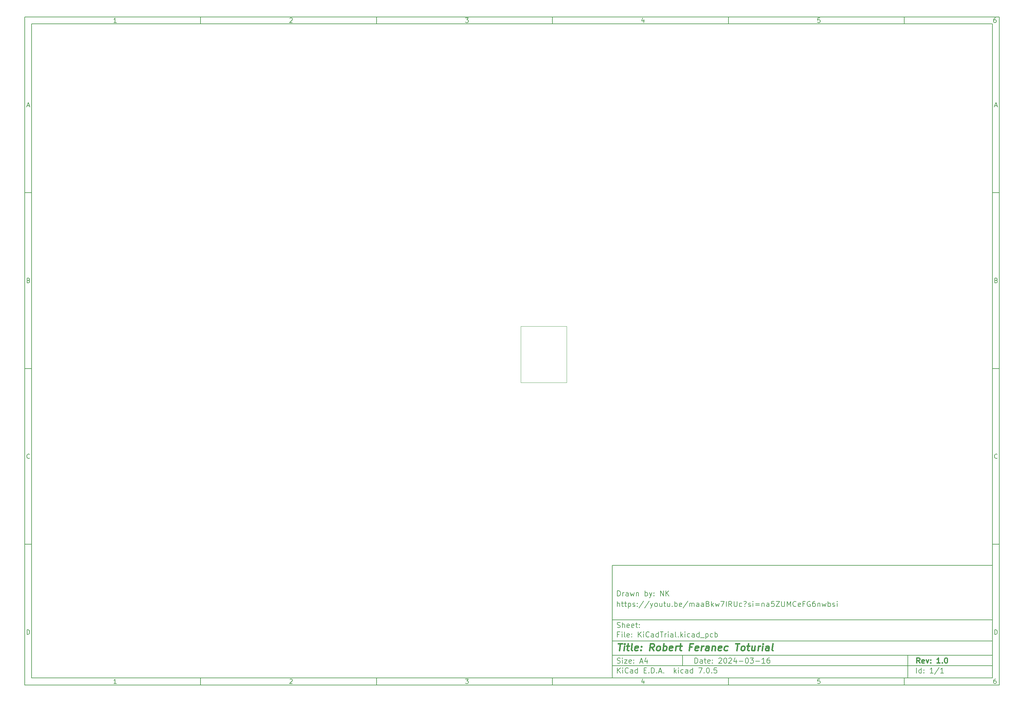
<source format=gbr>
%TF.GenerationSoftware,KiCad,Pcbnew,7.0.5*%
%TF.CreationDate,2024-05-21T11:35:57-04:00*%
%TF.ProjectId,KiCadTrial,4b694361-6454-4726-9961-6c2e6b696361,1.0*%
%TF.SameCoordinates,Original*%
%TF.FileFunction,Profile,NP*%
%FSLAX46Y46*%
G04 Gerber Fmt 4.6, Leading zero omitted, Abs format (unit mm)*
G04 Created by KiCad (PCBNEW 7.0.5) date 2024-05-21 11:35:57*
%MOMM*%
%LPD*%
G01*
G04 APERTURE LIST*
%ADD10C,0.100000*%
%ADD11C,0.150000*%
%ADD12C,0.300000*%
%ADD13C,0.400000*%
%TA.AperFunction,Profile*%
%ADD14C,0.100000*%
%TD*%
G04 APERTURE END LIST*
D10*
D11*
X177002200Y-166007200D02*
X285002200Y-166007200D01*
X285002200Y-198007200D01*
X177002200Y-198007200D01*
X177002200Y-166007200D01*
D10*
D11*
X10000000Y-10000000D02*
X287002200Y-10000000D01*
X287002200Y-200007200D01*
X10000000Y-200007200D01*
X10000000Y-10000000D01*
D10*
D11*
X12000000Y-12000000D02*
X285002200Y-12000000D01*
X285002200Y-198007200D01*
X12000000Y-198007200D01*
X12000000Y-12000000D01*
D10*
D11*
X60000000Y-12000000D02*
X60000000Y-10000000D01*
D10*
D11*
X110000000Y-12000000D02*
X110000000Y-10000000D01*
D10*
D11*
X160000000Y-12000000D02*
X160000000Y-10000000D01*
D10*
D11*
X210000000Y-12000000D02*
X210000000Y-10000000D01*
D10*
D11*
X260000000Y-12000000D02*
X260000000Y-10000000D01*
D10*
D11*
X36089160Y-11593604D02*
X35346303Y-11593604D01*
X35717731Y-11593604D02*
X35717731Y-10293604D01*
X35717731Y-10293604D02*
X35593922Y-10479319D01*
X35593922Y-10479319D02*
X35470112Y-10603128D01*
X35470112Y-10603128D02*
X35346303Y-10665033D01*
D10*
D11*
X85346303Y-10417414D02*
X85408207Y-10355509D01*
X85408207Y-10355509D02*
X85532017Y-10293604D01*
X85532017Y-10293604D02*
X85841541Y-10293604D01*
X85841541Y-10293604D02*
X85965350Y-10355509D01*
X85965350Y-10355509D02*
X86027255Y-10417414D01*
X86027255Y-10417414D02*
X86089160Y-10541223D01*
X86089160Y-10541223D02*
X86089160Y-10665033D01*
X86089160Y-10665033D02*
X86027255Y-10850747D01*
X86027255Y-10850747D02*
X85284398Y-11593604D01*
X85284398Y-11593604D02*
X86089160Y-11593604D01*
D10*
D11*
X135284398Y-10293604D02*
X136089160Y-10293604D01*
X136089160Y-10293604D02*
X135655826Y-10788842D01*
X135655826Y-10788842D02*
X135841541Y-10788842D01*
X135841541Y-10788842D02*
X135965350Y-10850747D01*
X135965350Y-10850747D02*
X136027255Y-10912652D01*
X136027255Y-10912652D02*
X136089160Y-11036461D01*
X136089160Y-11036461D02*
X136089160Y-11345985D01*
X136089160Y-11345985D02*
X136027255Y-11469795D01*
X136027255Y-11469795D02*
X135965350Y-11531700D01*
X135965350Y-11531700D02*
X135841541Y-11593604D01*
X135841541Y-11593604D02*
X135470112Y-11593604D01*
X135470112Y-11593604D02*
X135346303Y-11531700D01*
X135346303Y-11531700D02*
X135284398Y-11469795D01*
D10*
D11*
X185965350Y-10726938D02*
X185965350Y-11593604D01*
X185655826Y-10231700D02*
X185346303Y-11160271D01*
X185346303Y-11160271D02*
X186151064Y-11160271D01*
D10*
D11*
X236027255Y-10293604D02*
X235408207Y-10293604D01*
X235408207Y-10293604D02*
X235346303Y-10912652D01*
X235346303Y-10912652D02*
X235408207Y-10850747D01*
X235408207Y-10850747D02*
X235532017Y-10788842D01*
X235532017Y-10788842D02*
X235841541Y-10788842D01*
X235841541Y-10788842D02*
X235965350Y-10850747D01*
X235965350Y-10850747D02*
X236027255Y-10912652D01*
X236027255Y-10912652D02*
X236089160Y-11036461D01*
X236089160Y-11036461D02*
X236089160Y-11345985D01*
X236089160Y-11345985D02*
X236027255Y-11469795D01*
X236027255Y-11469795D02*
X235965350Y-11531700D01*
X235965350Y-11531700D02*
X235841541Y-11593604D01*
X235841541Y-11593604D02*
X235532017Y-11593604D01*
X235532017Y-11593604D02*
X235408207Y-11531700D01*
X235408207Y-11531700D02*
X235346303Y-11469795D01*
D10*
D11*
X285965350Y-10293604D02*
X285717731Y-10293604D01*
X285717731Y-10293604D02*
X285593922Y-10355509D01*
X285593922Y-10355509D02*
X285532017Y-10417414D01*
X285532017Y-10417414D02*
X285408207Y-10603128D01*
X285408207Y-10603128D02*
X285346303Y-10850747D01*
X285346303Y-10850747D02*
X285346303Y-11345985D01*
X285346303Y-11345985D02*
X285408207Y-11469795D01*
X285408207Y-11469795D02*
X285470112Y-11531700D01*
X285470112Y-11531700D02*
X285593922Y-11593604D01*
X285593922Y-11593604D02*
X285841541Y-11593604D01*
X285841541Y-11593604D02*
X285965350Y-11531700D01*
X285965350Y-11531700D02*
X286027255Y-11469795D01*
X286027255Y-11469795D02*
X286089160Y-11345985D01*
X286089160Y-11345985D02*
X286089160Y-11036461D01*
X286089160Y-11036461D02*
X286027255Y-10912652D01*
X286027255Y-10912652D02*
X285965350Y-10850747D01*
X285965350Y-10850747D02*
X285841541Y-10788842D01*
X285841541Y-10788842D02*
X285593922Y-10788842D01*
X285593922Y-10788842D02*
X285470112Y-10850747D01*
X285470112Y-10850747D02*
X285408207Y-10912652D01*
X285408207Y-10912652D02*
X285346303Y-11036461D01*
D10*
D11*
X60000000Y-198007200D02*
X60000000Y-200007200D01*
D10*
D11*
X110000000Y-198007200D02*
X110000000Y-200007200D01*
D10*
D11*
X160000000Y-198007200D02*
X160000000Y-200007200D01*
D10*
D11*
X210000000Y-198007200D02*
X210000000Y-200007200D01*
D10*
D11*
X260000000Y-198007200D02*
X260000000Y-200007200D01*
D10*
D11*
X36089160Y-199600804D02*
X35346303Y-199600804D01*
X35717731Y-199600804D02*
X35717731Y-198300804D01*
X35717731Y-198300804D02*
X35593922Y-198486519D01*
X35593922Y-198486519D02*
X35470112Y-198610328D01*
X35470112Y-198610328D02*
X35346303Y-198672233D01*
D10*
D11*
X85346303Y-198424614D02*
X85408207Y-198362709D01*
X85408207Y-198362709D02*
X85532017Y-198300804D01*
X85532017Y-198300804D02*
X85841541Y-198300804D01*
X85841541Y-198300804D02*
X85965350Y-198362709D01*
X85965350Y-198362709D02*
X86027255Y-198424614D01*
X86027255Y-198424614D02*
X86089160Y-198548423D01*
X86089160Y-198548423D02*
X86089160Y-198672233D01*
X86089160Y-198672233D02*
X86027255Y-198857947D01*
X86027255Y-198857947D02*
X85284398Y-199600804D01*
X85284398Y-199600804D02*
X86089160Y-199600804D01*
D10*
D11*
X135284398Y-198300804D02*
X136089160Y-198300804D01*
X136089160Y-198300804D02*
X135655826Y-198796042D01*
X135655826Y-198796042D02*
X135841541Y-198796042D01*
X135841541Y-198796042D02*
X135965350Y-198857947D01*
X135965350Y-198857947D02*
X136027255Y-198919852D01*
X136027255Y-198919852D02*
X136089160Y-199043661D01*
X136089160Y-199043661D02*
X136089160Y-199353185D01*
X136089160Y-199353185D02*
X136027255Y-199476995D01*
X136027255Y-199476995D02*
X135965350Y-199538900D01*
X135965350Y-199538900D02*
X135841541Y-199600804D01*
X135841541Y-199600804D02*
X135470112Y-199600804D01*
X135470112Y-199600804D02*
X135346303Y-199538900D01*
X135346303Y-199538900D02*
X135284398Y-199476995D01*
D10*
D11*
X185965350Y-198734138D02*
X185965350Y-199600804D01*
X185655826Y-198238900D02*
X185346303Y-199167471D01*
X185346303Y-199167471D02*
X186151064Y-199167471D01*
D10*
D11*
X236027255Y-198300804D02*
X235408207Y-198300804D01*
X235408207Y-198300804D02*
X235346303Y-198919852D01*
X235346303Y-198919852D02*
X235408207Y-198857947D01*
X235408207Y-198857947D02*
X235532017Y-198796042D01*
X235532017Y-198796042D02*
X235841541Y-198796042D01*
X235841541Y-198796042D02*
X235965350Y-198857947D01*
X235965350Y-198857947D02*
X236027255Y-198919852D01*
X236027255Y-198919852D02*
X236089160Y-199043661D01*
X236089160Y-199043661D02*
X236089160Y-199353185D01*
X236089160Y-199353185D02*
X236027255Y-199476995D01*
X236027255Y-199476995D02*
X235965350Y-199538900D01*
X235965350Y-199538900D02*
X235841541Y-199600804D01*
X235841541Y-199600804D02*
X235532017Y-199600804D01*
X235532017Y-199600804D02*
X235408207Y-199538900D01*
X235408207Y-199538900D02*
X235346303Y-199476995D01*
D10*
D11*
X285965350Y-198300804D02*
X285717731Y-198300804D01*
X285717731Y-198300804D02*
X285593922Y-198362709D01*
X285593922Y-198362709D02*
X285532017Y-198424614D01*
X285532017Y-198424614D02*
X285408207Y-198610328D01*
X285408207Y-198610328D02*
X285346303Y-198857947D01*
X285346303Y-198857947D02*
X285346303Y-199353185D01*
X285346303Y-199353185D02*
X285408207Y-199476995D01*
X285408207Y-199476995D02*
X285470112Y-199538900D01*
X285470112Y-199538900D02*
X285593922Y-199600804D01*
X285593922Y-199600804D02*
X285841541Y-199600804D01*
X285841541Y-199600804D02*
X285965350Y-199538900D01*
X285965350Y-199538900D02*
X286027255Y-199476995D01*
X286027255Y-199476995D02*
X286089160Y-199353185D01*
X286089160Y-199353185D02*
X286089160Y-199043661D01*
X286089160Y-199043661D02*
X286027255Y-198919852D01*
X286027255Y-198919852D02*
X285965350Y-198857947D01*
X285965350Y-198857947D02*
X285841541Y-198796042D01*
X285841541Y-198796042D02*
X285593922Y-198796042D01*
X285593922Y-198796042D02*
X285470112Y-198857947D01*
X285470112Y-198857947D02*
X285408207Y-198919852D01*
X285408207Y-198919852D02*
X285346303Y-199043661D01*
D10*
D11*
X10000000Y-60000000D02*
X12000000Y-60000000D01*
D10*
D11*
X10000000Y-110000000D02*
X12000000Y-110000000D01*
D10*
D11*
X10000000Y-160000000D02*
X12000000Y-160000000D01*
D10*
D11*
X10690476Y-35222176D02*
X11309523Y-35222176D01*
X10566666Y-35593604D02*
X10999999Y-34293604D01*
X10999999Y-34293604D02*
X11433333Y-35593604D01*
D10*
D11*
X11092857Y-84912652D02*
X11278571Y-84974557D01*
X11278571Y-84974557D02*
X11340476Y-85036461D01*
X11340476Y-85036461D02*
X11402380Y-85160271D01*
X11402380Y-85160271D02*
X11402380Y-85345985D01*
X11402380Y-85345985D02*
X11340476Y-85469795D01*
X11340476Y-85469795D02*
X11278571Y-85531700D01*
X11278571Y-85531700D02*
X11154761Y-85593604D01*
X11154761Y-85593604D02*
X10659523Y-85593604D01*
X10659523Y-85593604D02*
X10659523Y-84293604D01*
X10659523Y-84293604D02*
X11092857Y-84293604D01*
X11092857Y-84293604D02*
X11216666Y-84355509D01*
X11216666Y-84355509D02*
X11278571Y-84417414D01*
X11278571Y-84417414D02*
X11340476Y-84541223D01*
X11340476Y-84541223D02*
X11340476Y-84665033D01*
X11340476Y-84665033D02*
X11278571Y-84788842D01*
X11278571Y-84788842D02*
X11216666Y-84850747D01*
X11216666Y-84850747D02*
X11092857Y-84912652D01*
X11092857Y-84912652D02*
X10659523Y-84912652D01*
D10*
D11*
X11402380Y-135469795D02*
X11340476Y-135531700D01*
X11340476Y-135531700D02*
X11154761Y-135593604D01*
X11154761Y-135593604D02*
X11030952Y-135593604D01*
X11030952Y-135593604D02*
X10845238Y-135531700D01*
X10845238Y-135531700D02*
X10721428Y-135407890D01*
X10721428Y-135407890D02*
X10659523Y-135284080D01*
X10659523Y-135284080D02*
X10597619Y-135036461D01*
X10597619Y-135036461D02*
X10597619Y-134850747D01*
X10597619Y-134850747D02*
X10659523Y-134603128D01*
X10659523Y-134603128D02*
X10721428Y-134479319D01*
X10721428Y-134479319D02*
X10845238Y-134355509D01*
X10845238Y-134355509D02*
X11030952Y-134293604D01*
X11030952Y-134293604D02*
X11154761Y-134293604D01*
X11154761Y-134293604D02*
X11340476Y-134355509D01*
X11340476Y-134355509D02*
X11402380Y-134417414D01*
D10*
D11*
X10659523Y-185593604D02*
X10659523Y-184293604D01*
X10659523Y-184293604D02*
X10969047Y-184293604D01*
X10969047Y-184293604D02*
X11154761Y-184355509D01*
X11154761Y-184355509D02*
X11278571Y-184479319D01*
X11278571Y-184479319D02*
X11340476Y-184603128D01*
X11340476Y-184603128D02*
X11402380Y-184850747D01*
X11402380Y-184850747D02*
X11402380Y-185036461D01*
X11402380Y-185036461D02*
X11340476Y-185284080D01*
X11340476Y-185284080D02*
X11278571Y-185407890D01*
X11278571Y-185407890D02*
X11154761Y-185531700D01*
X11154761Y-185531700D02*
X10969047Y-185593604D01*
X10969047Y-185593604D02*
X10659523Y-185593604D01*
D10*
D11*
X287002200Y-60000000D02*
X285002200Y-60000000D01*
D10*
D11*
X287002200Y-110000000D02*
X285002200Y-110000000D01*
D10*
D11*
X287002200Y-160000000D02*
X285002200Y-160000000D01*
D10*
D11*
X285692676Y-35222176D02*
X286311723Y-35222176D01*
X285568866Y-35593604D02*
X286002199Y-34293604D01*
X286002199Y-34293604D02*
X286435533Y-35593604D01*
D10*
D11*
X286095057Y-84912652D02*
X286280771Y-84974557D01*
X286280771Y-84974557D02*
X286342676Y-85036461D01*
X286342676Y-85036461D02*
X286404580Y-85160271D01*
X286404580Y-85160271D02*
X286404580Y-85345985D01*
X286404580Y-85345985D02*
X286342676Y-85469795D01*
X286342676Y-85469795D02*
X286280771Y-85531700D01*
X286280771Y-85531700D02*
X286156961Y-85593604D01*
X286156961Y-85593604D02*
X285661723Y-85593604D01*
X285661723Y-85593604D02*
X285661723Y-84293604D01*
X285661723Y-84293604D02*
X286095057Y-84293604D01*
X286095057Y-84293604D02*
X286218866Y-84355509D01*
X286218866Y-84355509D02*
X286280771Y-84417414D01*
X286280771Y-84417414D02*
X286342676Y-84541223D01*
X286342676Y-84541223D02*
X286342676Y-84665033D01*
X286342676Y-84665033D02*
X286280771Y-84788842D01*
X286280771Y-84788842D02*
X286218866Y-84850747D01*
X286218866Y-84850747D02*
X286095057Y-84912652D01*
X286095057Y-84912652D02*
X285661723Y-84912652D01*
D10*
D11*
X286404580Y-135469795D02*
X286342676Y-135531700D01*
X286342676Y-135531700D02*
X286156961Y-135593604D01*
X286156961Y-135593604D02*
X286033152Y-135593604D01*
X286033152Y-135593604D02*
X285847438Y-135531700D01*
X285847438Y-135531700D02*
X285723628Y-135407890D01*
X285723628Y-135407890D02*
X285661723Y-135284080D01*
X285661723Y-135284080D02*
X285599819Y-135036461D01*
X285599819Y-135036461D02*
X285599819Y-134850747D01*
X285599819Y-134850747D02*
X285661723Y-134603128D01*
X285661723Y-134603128D02*
X285723628Y-134479319D01*
X285723628Y-134479319D02*
X285847438Y-134355509D01*
X285847438Y-134355509D02*
X286033152Y-134293604D01*
X286033152Y-134293604D02*
X286156961Y-134293604D01*
X286156961Y-134293604D02*
X286342676Y-134355509D01*
X286342676Y-134355509D02*
X286404580Y-134417414D01*
D10*
D11*
X285661723Y-185593604D02*
X285661723Y-184293604D01*
X285661723Y-184293604D02*
X285971247Y-184293604D01*
X285971247Y-184293604D02*
X286156961Y-184355509D01*
X286156961Y-184355509D02*
X286280771Y-184479319D01*
X286280771Y-184479319D02*
X286342676Y-184603128D01*
X286342676Y-184603128D02*
X286404580Y-184850747D01*
X286404580Y-184850747D02*
X286404580Y-185036461D01*
X286404580Y-185036461D02*
X286342676Y-185284080D01*
X286342676Y-185284080D02*
X286280771Y-185407890D01*
X286280771Y-185407890D02*
X286156961Y-185531700D01*
X286156961Y-185531700D02*
X285971247Y-185593604D01*
X285971247Y-185593604D02*
X285661723Y-185593604D01*
D10*
D11*
X200458026Y-193793328D02*
X200458026Y-192293328D01*
X200458026Y-192293328D02*
X200815169Y-192293328D01*
X200815169Y-192293328D02*
X201029455Y-192364757D01*
X201029455Y-192364757D02*
X201172312Y-192507614D01*
X201172312Y-192507614D02*
X201243741Y-192650471D01*
X201243741Y-192650471D02*
X201315169Y-192936185D01*
X201315169Y-192936185D02*
X201315169Y-193150471D01*
X201315169Y-193150471D02*
X201243741Y-193436185D01*
X201243741Y-193436185D02*
X201172312Y-193579042D01*
X201172312Y-193579042D02*
X201029455Y-193721900D01*
X201029455Y-193721900D02*
X200815169Y-193793328D01*
X200815169Y-193793328D02*
X200458026Y-193793328D01*
X202600884Y-193793328D02*
X202600884Y-193007614D01*
X202600884Y-193007614D02*
X202529455Y-192864757D01*
X202529455Y-192864757D02*
X202386598Y-192793328D01*
X202386598Y-192793328D02*
X202100884Y-192793328D01*
X202100884Y-192793328D02*
X201958026Y-192864757D01*
X202600884Y-193721900D02*
X202458026Y-193793328D01*
X202458026Y-193793328D02*
X202100884Y-193793328D01*
X202100884Y-193793328D02*
X201958026Y-193721900D01*
X201958026Y-193721900D02*
X201886598Y-193579042D01*
X201886598Y-193579042D02*
X201886598Y-193436185D01*
X201886598Y-193436185D02*
X201958026Y-193293328D01*
X201958026Y-193293328D02*
X202100884Y-193221900D01*
X202100884Y-193221900D02*
X202458026Y-193221900D01*
X202458026Y-193221900D02*
X202600884Y-193150471D01*
X203100884Y-192793328D02*
X203672312Y-192793328D01*
X203315169Y-192293328D02*
X203315169Y-193579042D01*
X203315169Y-193579042D02*
X203386598Y-193721900D01*
X203386598Y-193721900D02*
X203529455Y-193793328D01*
X203529455Y-193793328D02*
X203672312Y-193793328D01*
X204743741Y-193721900D02*
X204600884Y-193793328D01*
X204600884Y-193793328D02*
X204315170Y-193793328D01*
X204315170Y-193793328D02*
X204172312Y-193721900D01*
X204172312Y-193721900D02*
X204100884Y-193579042D01*
X204100884Y-193579042D02*
X204100884Y-193007614D01*
X204100884Y-193007614D02*
X204172312Y-192864757D01*
X204172312Y-192864757D02*
X204315170Y-192793328D01*
X204315170Y-192793328D02*
X204600884Y-192793328D01*
X204600884Y-192793328D02*
X204743741Y-192864757D01*
X204743741Y-192864757D02*
X204815170Y-193007614D01*
X204815170Y-193007614D02*
X204815170Y-193150471D01*
X204815170Y-193150471D02*
X204100884Y-193293328D01*
X205458026Y-193650471D02*
X205529455Y-193721900D01*
X205529455Y-193721900D02*
X205458026Y-193793328D01*
X205458026Y-193793328D02*
X205386598Y-193721900D01*
X205386598Y-193721900D02*
X205458026Y-193650471D01*
X205458026Y-193650471D02*
X205458026Y-193793328D01*
X205458026Y-192864757D02*
X205529455Y-192936185D01*
X205529455Y-192936185D02*
X205458026Y-193007614D01*
X205458026Y-193007614D02*
X205386598Y-192936185D01*
X205386598Y-192936185D02*
X205458026Y-192864757D01*
X205458026Y-192864757D02*
X205458026Y-193007614D01*
X207243741Y-192436185D02*
X207315169Y-192364757D01*
X207315169Y-192364757D02*
X207458027Y-192293328D01*
X207458027Y-192293328D02*
X207815169Y-192293328D01*
X207815169Y-192293328D02*
X207958027Y-192364757D01*
X207958027Y-192364757D02*
X208029455Y-192436185D01*
X208029455Y-192436185D02*
X208100884Y-192579042D01*
X208100884Y-192579042D02*
X208100884Y-192721900D01*
X208100884Y-192721900D02*
X208029455Y-192936185D01*
X208029455Y-192936185D02*
X207172312Y-193793328D01*
X207172312Y-193793328D02*
X208100884Y-193793328D01*
X209029455Y-192293328D02*
X209172312Y-192293328D01*
X209172312Y-192293328D02*
X209315169Y-192364757D01*
X209315169Y-192364757D02*
X209386598Y-192436185D01*
X209386598Y-192436185D02*
X209458026Y-192579042D01*
X209458026Y-192579042D02*
X209529455Y-192864757D01*
X209529455Y-192864757D02*
X209529455Y-193221900D01*
X209529455Y-193221900D02*
X209458026Y-193507614D01*
X209458026Y-193507614D02*
X209386598Y-193650471D01*
X209386598Y-193650471D02*
X209315169Y-193721900D01*
X209315169Y-193721900D02*
X209172312Y-193793328D01*
X209172312Y-193793328D02*
X209029455Y-193793328D01*
X209029455Y-193793328D02*
X208886598Y-193721900D01*
X208886598Y-193721900D02*
X208815169Y-193650471D01*
X208815169Y-193650471D02*
X208743740Y-193507614D01*
X208743740Y-193507614D02*
X208672312Y-193221900D01*
X208672312Y-193221900D02*
X208672312Y-192864757D01*
X208672312Y-192864757D02*
X208743740Y-192579042D01*
X208743740Y-192579042D02*
X208815169Y-192436185D01*
X208815169Y-192436185D02*
X208886598Y-192364757D01*
X208886598Y-192364757D02*
X209029455Y-192293328D01*
X210100883Y-192436185D02*
X210172311Y-192364757D01*
X210172311Y-192364757D02*
X210315169Y-192293328D01*
X210315169Y-192293328D02*
X210672311Y-192293328D01*
X210672311Y-192293328D02*
X210815169Y-192364757D01*
X210815169Y-192364757D02*
X210886597Y-192436185D01*
X210886597Y-192436185D02*
X210958026Y-192579042D01*
X210958026Y-192579042D02*
X210958026Y-192721900D01*
X210958026Y-192721900D02*
X210886597Y-192936185D01*
X210886597Y-192936185D02*
X210029454Y-193793328D01*
X210029454Y-193793328D02*
X210958026Y-193793328D01*
X212243740Y-192793328D02*
X212243740Y-193793328D01*
X211886597Y-192221900D02*
X211529454Y-193293328D01*
X211529454Y-193293328D02*
X212458025Y-193293328D01*
X213029453Y-193221900D02*
X214172311Y-193221900D01*
X215172311Y-192293328D02*
X215315168Y-192293328D01*
X215315168Y-192293328D02*
X215458025Y-192364757D01*
X215458025Y-192364757D02*
X215529454Y-192436185D01*
X215529454Y-192436185D02*
X215600882Y-192579042D01*
X215600882Y-192579042D02*
X215672311Y-192864757D01*
X215672311Y-192864757D02*
X215672311Y-193221900D01*
X215672311Y-193221900D02*
X215600882Y-193507614D01*
X215600882Y-193507614D02*
X215529454Y-193650471D01*
X215529454Y-193650471D02*
X215458025Y-193721900D01*
X215458025Y-193721900D02*
X215315168Y-193793328D01*
X215315168Y-193793328D02*
X215172311Y-193793328D01*
X215172311Y-193793328D02*
X215029454Y-193721900D01*
X215029454Y-193721900D02*
X214958025Y-193650471D01*
X214958025Y-193650471D02*
X214886596Y-193507614D01*
X214886596Y-193507614D02*
X214815168Y-193221900D01*
X214815168Y-193221900D02*
X214815168Y-192864757D01*
X214815168Y-192864757D02*
X214886596Y-192579042D01*
X214886596Y-192579042D02*
X214958025Y-192436185D01*
X214958025Y-192436185D02*
X215029454Y-192364757D01*
X215029454Y-192364757D02*
X215172311Y-192293328D01*
X216172310Y-192293328D02*
X217100882Y-192293328D01*
X217100882Y-192293328D02*
X216600882Y-192864757D01*
X216600882Y-192864757D02*
X216815167Y-192864757D01*
X216815167Y-192864757D02*
X216958025Y-192936185D01*
X216958025Y-192936185D02*
X217029453Y-193007614D01*
X217029453Y-193007614D02*
X217100882Y-193150471D01*
X217100882Y-193150471D02*
X217100882Y-193507614D01*
X217100882Y-193507614D02*
X217029453Y-193650471D01*
X217029453Y-193650471D02*
X216958025Y-193721900D01*
X216958025Y-193721900D02*
X216815167Y-193793328D01*
X216815167Y-193793328D02*
X216386596Y-193793328D01*
X216386596Y-193793328D02*
X216243739Y-193721900D01*
X216243739Y-193721900D02*
X216172310Y-193650471D01*
X217743738Y-193221900D02*
X218886596Y-193221900D01*
X220386596Y-193793328D02*
X219529453Y-193793328D01*
X219958024Y-193793328D02*
X219958024Y-192293328D01*
X219958024Y-192293328D02*
X219815167Y-192507614D01*
X219815167Y-192507614D02*
X219672310Y-192650471D01*
X219672310Y-192650471D02*
X219529453Y-192721900D01*
X221672310Y-192293328D02*
X221386595Y-192293328D01*
X221386595Y-192293328D02*
X221243738Y-192364757D01*
X221243738Y-192364757D02*
X221172310Y-192436185D01*
X221172310Y-192436185D02*
X221029452Y-192650471D01*
X221029452Y-192650471D02*
X220958024Y-192936185D01*
X220958024Y-192936185D02*
X220958024Y-193507614D01*
X220958024Y-193507614D02*
X221029452Y-193650471D01*
X221029452Y-193650471D02*
X221100881Y-193721900D01*
X221100881Y-193721900D02*
X221243738Y-193793328D01*
X221243738Y-193793328D02*
X221529452Y-193793328D01*
X221529452Y-193793328D02*
X221672310Y-193721900D01*
X221672310Y-193721900D02*
X221743738Y-193650471D01*
X221743738Y-193650471D02*
X221815167Y-193507614D01*
X221815167Y-193507614D02*
X221815167Y-193150471D01*
X221815167Y-193150471D02*
X221743738Y-193007614D01*
X221743738Y-193007614D02*
X221672310Y-192936185D01*
X221672310Y-192936185D02*
X221529452Y-192864757D01*
X221529452Y-192864757D02*
X221243738Y-192864757D01*
X221243738Y-192864757D02*
X221100881Y-192936185D01*
X221100881Y-192936185D02*
X221029452Y-193007614D01*
X221029452Y-193007614D02*
X220958024Y-193150471D01*
D10*
D11*
X177002200Y-194507200D02*
X285002200Y-194507200D01*
D10*
D11*
X178458026Y-196593328D02*
X178458026Y-195093328D01*
X179315169Y-196593328D02*
X178672312Y-195736185D01*
X179315169Y-195093328D02*
X178458026Y-195950471D01*
X179958026Y-196593328D02*
X179958026Y-195593328D01*
X179958026Y-195093328D02*
X179886598Y-195164757D01*
X179886598Y-195164757D02*
X179958026Y-195236185D01*
X179958026Y-195236185D02*
X180029455Y-195164757D01*
X180029455Y-195164757D02*
X179958026Y-195093328D01*
X179958026Y-195093328D02*
X179958026Y-195236185D01*
X181529455Y-196450471D02*
X181458027Y-196521900D01*
X181458027Y-196521900D02*
X181243741Y-196593328D01*
X181243741Y-196593328D02*
X181100884Y-196593328D01*
X181100884Y-196593328D02*
X180886598Y-196521900D01*
X180886598Y-196521900D02*
X180743741Y-196379042D01*
X180743741Y-196379042D02*
X180672312Y-196236185D01*
X180672312Y-196236185D02*
X180600884Y-195950471D01*
X180600884Y-195950471D02*
X180600884Y-195736185D01*
X180600884Y-195736185D02*
X180672312Y-195450471D01*
X180672312Y-195450471D02*
X180743741Y-195307614D01*
X180743741Y-195307614D02*
X180886598Y-195164757D01*
X180886598Y-195164757D02*
X181100884Y-195093328D01*
X181100884Y-195093328D02*
X181243741Y-195093328D01*
X181243741Y-195093328D02*
X181458027Y-195164757D01*
X181458027Y-195164757D02*
X181529455Y-195236185D01*
X182815170Y-196593328D02*
X182815170Y-195807614D01*
X182815170Y-195807614D02*
X182743741Y-195664757D01*
X182743741Y-195664757D02*
X182600884Y-195593328D01*
X182600884Y-195593328D02*
X182315170Y-195593328D01*
X182315170Y-195593328D02*
X182172312Y-195664757D01*
X182815170Y-196521900D02*
X182672312Y-196593328D01*
X182672312Y-196593328D02*
X182315170Y-196593328D01*
X182315170Y-196593328D02*
X182172312Y-196521900D01*
X182172312Y-196521900D02*
X182100884Y-196379042D01*
X182100884Y-196379042D02*
X182100884Y-196236185D01*
X182100884Y-196236185D02*
X182172312Y-196093328D01*
X182172312Y-196093328D02*
X182315170Y-196021900D01*
X182315170Y-196021900D02*
X182672312Y-196021900D01*
X182672312Y-196021900D02*
X182815170Y-195950471D01*
X184172313Y-196593328D02*
X184172313Y-195093328D01*
X184172313Y-196521900D02*
X184029455Y-196593328D01*
X184029455Y-196593328D02*
X183743741Y-196593328D01*
X183743741Y-196593328D02*
X183600884Y-196521900D01*
X183600884Y-196521900D02*
X183529455Y-196450471D01*
X183529455Y-196450471D02*
X183458027Y-196307614D01*
X183458027Y-196307614D02*
X183458027Y-195879042D01*
X183458027Y-195879042D02*
X183529455Y-195736185D01*
X183529455Y-195736185D02*
X183600884Y-195664757D01*
X183600884Y-195664757D02*
X183743741Y-195593328D01*
X183743741Y-195593328D02*
X184029455Y-195593328D01*
X184029455Y-195593328D02*
X184172313Y-195664757D01*
X186029455Y-195807614D02*
X186529455Y-195807614D01*
X186743741Y-196593328D02*
X186029455Y-196593328D01*
X186029455Y-196593328D02*
X186029455Y-195093328D01*
X186029455Y-195093328D02*
X186743741Y-195093328D01*
X187386598Y-196450471D02*
X187458027Y-196521900D01*
X187458027Y-196521900D02*
X187386598Y-196593328D01*
X187386598Y-196593328D02*
X187315170Y-196521900D01*
X187315170Y-196521900D02*
X187386598Y-196450471D01*
X187386598Y-196450471D02*
X187386598Y-196593328D01*
X188100884Y-196593328D02*
X188100884Y-195093328D01*
X188100884Y-195093328D02*
X188458027Y-195093328D01*
X188458027Y-195093328D02*
X188672313Y-195164757D01*
X188672313Y-195164757D02*
X188815170Y-195307614D01*
X188815170Y-195307614D02*
X188886599Y-195450471D01*
X188886599Y-195450471D02*
X188958027Y-195736185D01*
X188958027Y-195736185D02*
X188958027Y-195950471D01*
X188958027Y-195950471D02*
X188886599Y-196236185D01*
X188886599Y-196236185D02*
X188815170Y-196379042D01*
X188815170Y-196379042D02*
X188672313Y-196521900D01*
X188672313Y-196521900D02*
X188458027Y-196593328D01*
X188458027Y-196593328D02*
X188100884Y-196593328D01*
X189600884Y-196450471D02*
X189672313Y-196521900D01*
X189672313Y-196521900D02*
X189600884Y-196593328D01*
X189600884Y-196593328D02*
X189529456Y-196521900D01*
X189529456Y-196521900D02*
X189600884Y-196450471D01*
X189600884Y-196450471D02*
X189600884Y-196593328D01*
X190243742Y-196164757D02*
X190958028Y-196164757D01*
X190100885Y-196593328D02*
X190600885Y-195093328D01*
X190600885Y-195093328D02*
X191100885Y-196593328D01*
X191600884Y-196450471D02*
X191672313Y-196521900D01*
X191672313Y-196521900D02*
X191600884Y-196593328D01*
X191600884Y-196593328D02*
X191529456Y-196521900D01*
X191529456Y-196521900D02*
X191600884Y-196450471D01*
X191600884Y-196450471D02*
X191600884Y-196593328D01*
X194600884Y-196593328D02*
X194600884Y-195093328D01*
X194743742Y-196021900D02*
X195172313Y-196593328D01*
X195172313Y-195593328D02*
X194600884Y-196164757D01*
X195815170Y-196593328D02*
X195815170Y-195593328D01*
X195815170Y-195093328D02*
X195743742Y-195164757D01*
X195743742Y-195164757D02*
X195815170Y-195236185D01*
X195815170Y-195236185D02*
X195886599Y-195164757D01*
X195886599Y-195164757D02*
X195815170Y-195093328D01*
X195815170Y-195093328D02*
X195815170Y-195236185D01*
X197172314Y-196521900D02*
X197029456Y-196593328D01*
X197029456Y-196593328D02*
X196743742Y-196593328D01*
X196743742Y-196593328D02*
X196600885Y-196521900D01*
X196600885Y-196521900D02*
X196529456Y-196450471D01*
X196529456Y-196450471D02*
X196458028Y-196307614D01*
X196458028Y-196307614D02*
X196458028Y-195879042D01*
X196458028Y-195879042D02*
X196529456Y-195736185D01*
X196529456Y-195736185D02*
X196600885Y-195664757D01*
X196600885Y-195664757D02*
X196743742Y-195593328D01*
X196743742Y-195593328D02*
X197029456Y-195593328D01*
X197029456Y-195593328D02*
X197172314Y-195664757D01*
X198458028Y-196593328D02*
X198458028Y-195807614D01*
X198458028Y-195807614D02*
X198386599Y-195664757D01*
X198386599Y-195664757D02*
X198243742Y-195593328D01*
X198243742Y-195593328D02*
X197958028Y-195593328D01*
X197958028Y-195593328D02*
X197815170Y-195664757D01*
X198458028Y-196521900D02*
X198315170Y-196593328D01*
X198315170Y-196593328D02*
X197958028Y-196593328D01*
X197958028Y-196593328D02*
X197815170Y-196521900D01*
X197815170Y-196521900D02*
X197743742Y-196379042D01*
X197743742Y-196379042D02*
X197743742Y-196236185D01*
X197743742Y-196236185D02*
X197815170Y-196093328D01*
X197815170Y-196093328D02*
X197958028Y-196021900D01*
X197958028Y-196021900D02*
X198315170Y-196021900D01*
X198315170Y-196021900D02*
X198458028Y-195950471D01*
X199815171Y-196593328D02*
X199815171Y-195093328D01*
X199815171Y-196521900D02*
X199672313Y-196593328D01*
X199672313Y-196593328D02*
X199386599Y-196593328D01*
X199386599Y-196593328D02*
X199243742Y-196521900D01*
X199243742Y-196521900D02*
X199172313Y-196450471D01*
X199172313Y-196450471D02*
X199100885Y-196307614D01*
X199100885Y-196307614D02*
X199100885Y-195879042D01*
X199100885Y-195879042D02*
X199172313Y-195736185D01*
X199172313Y-195736185D02*
X199243742Y-195664757D01*
X199243742Y-195664757D02*
X199386599Y-195593328D01*
X199386599Y-195593328D02*
X199672313Y-195593328D01*
X199672313Y-195593328D02*
X199815171Y-195664757D01*
X201529456Y-195093328D02*
X202529456Y-195093328D01*
X202529456Y-195093328D02*
X201886599Y-196593328D01*
X203100884Y-196450471D02*
X203172313Y-196521900D01*
X203172313Y-196521900D02*
X203100884Y-196593328D01*
X203100884Y-196593328D02*
X203029456Y-196521900D01*
X203029456Y-196521900D02*
X203100884Y-196450471D01*
X203100884Y-196450471D02*
X203100884Y-196593328D01*
X204100885Y-195093328D02*
X204243742Y-195093328D01*
X204243742Y-195093328D02*
X204386599Y-195164757D01*
X204386599Y-195164757D02*
X204458028Y-195236185D01*
X204458028Y-195236185D02*
X204529456Y-195379042D01*
X204529456Y-195379042D02*
X204600885Y-195664757D01*
X204600885Y-195664757D02*
X204600885Y-196021900D01*
X204600885Y-196021900D02*
X204529456Y-196307614D01*
X204529456Y-196307614D02*
X204458028Y-196450471D01*
X204458028Y-196450471D02*
X204386599Y-196521900D01*
X204386599Y-196521900D02*
X204243742Y-196593328D01*
X204243742Y-196593328D02*
X204100885Y-196593328D01*
X204100885Y-196593328D02*
X203958028Y-196521900D01*
X203958028Y-196521900D02*
X203886599Y-196450471D01*
X203886599Y-196450471D02*
X203815170Y-196307614D01*
X203815170Y-196307614D02*
X203743742Y-196021900D01*
X203743742Y-196021900D02*
X203743742Y-195664757D01*
X203743742Y-195664757D02*
X203815170Y-195379042D01*
X203815170Y-195379042D02*
X203886599Y-195236185D01*
X203886599Y-195236185D02*
X203958028Y-195164757D01*
X203958028Y-195164757D02*
X204100885Y-195093328D01*
X205243741Y-196450471D02*
X205315170Y-196521900D01*
X205315170Y-196521900D02*
X205243741Y-196593328D01*
X205243741Y-196593328D02*
X205172313Y-196521900D01*
X205172313Y-196521900D02*
X205243741Y-196450471D01*
X205243741Y-196450471D02*
X205243741Y-196593328D01*
X206672313Y-195093328D02*
X205958027Y-195093328D01*
X205958027Y-195093328D02*
X205886599Y-195807614D01*
X205886599Y-195807614D02*
X205958027Y-195736185D01*
X205958027Y-195736185D02*
X206100885Y-195664757D01*
X206100885Y-195664757D02*
X206458027Y-195664757D01*
X206458027Y-195664757D02*
X206600885Y-195736185D01*
X206600885Y-195736185D02*
X206672313Y-195807614D01*
X206672313Y-195807614D02*
X206743742Y-195950471D01*
X206743742Y-195950471D02*
X206743742Y-196307614D01*
X206743742Y-196307614D02*
X206672313Y-196450471D01*
X206672313Y-196450471D02*
X206600885Y-196521900D01*
X206600885Y-196521900D02*
X206458027Y-196593328D01*
X206458027Y-196593328D02*
X206100885Y-196593328D01*
X206100885Y-196593328D02*
X205958027Y-196521900D01*
X205958027Y-196521900D02*
X205886599Y-196450471D01*
D10*
D11*
X177002200Y-191507200D02*
X285002200Y-191507200D01*
D10*
D12*
X264413853Y-193785528D02*
X263913853Y-193071242D01*
X263556710Y-193785528D02*
X263556710Y-192285528D01*
X263556710Y-192285528D02*
X264128139Y-192285528D01*
X264128139Y-192285528D02*
X264270996Y-192356957D01*
X264270996Y-192356957D02*
X264342425Y-192428385D01*
X264342425Y-192428385D02*
X264413853Y-192571242D01*
X264413853Y-192571242D02*
X264413853Y-192785528D01*
X264413853Y-192785528D02*
X264342425Y-192928385D01*
X264342425Y-192928385D02*
X264270996Y-192999814D01*
X264270996Y-192999814D02*
X264128139Y-193071242D01*
X264128139Y-193071242D02*
X263556710Y-193071242D01*
X265628139Y-193714100D02*
X265485282Y-193785528D01*
X265485282Y-193785528D02*
X265199568Y-193785528D01*
X265199568Y-193785528D02*
X265056710Y-193714100D01*
X265056710Y-193714100D02*
X264985282Y-193571242D01*
X264985282Y-193571242D02*
X264985282Y-192999814D01*
X264985282Y-192999814D02*
X265056710Y-192856957D01*
X265056710Y-192856957D02*
X265199568Y-192785528D01*
X265199568Y-192785528D02*
X265485282Y-192785528D01*
X265485282Y-192785528D02*
X265628139Y-192856957D01*
X265628139Y-192856957D02*
X265699568Y-192999814D01*
X265699568Y-192999814D02*
X265699568Y-193142671D01*
X265699568Y-193142671D02*
X264985282Y-193285528D01*
X266199567Y-192785528D02*
X266556710Y-193785528D01*
X266556710Y-193785528D02*
X266913853Y-192785528D01*
X267485281Y-193642671D02*
X267556710Y-193714100D01*
X267556710Y-193714100D02*
X267485281Y-193785528D01*
X267485281Y-193785528D02*
X267413853Y-193714100D01*
X267413853Y-193714100D02*
X267485281Y-193642671D01*
X267485281Y-193642671D02*
X267485281Y-193785528D01*
X267485281Y-192856957D02*
X267556710Y-192928385D01*
X267556710Y-192928385D02*
X267485281Y-192999814D01*
X267485281Y-192999814D02*
X267413853Y-192928385D01*
X267413853Y-192928385D02*
X267485281Y-192856957D01*
X267485281Y-192856957D02*
X267485281Y-192999814D01*
X270128139Y-193785528D02*
X269270996Y-193785528D01*
X269699567Y-193785528D02*
X269699567Y-192285528D01*
X269699567Y-192285528D02*
X269556710Y-192499814D01*
X269556710Y-192499814D02*
X269413853Y-192642671D01*
X269413853Y-192642671D02*
X269270996Y-192714100D01*
X270770995Y-193642671D02*
X270842424Y-193714100D01*
X270842424Y-193714100D02*
X270770995Y-193785528D01*
X270770995Y-193785528D02*
X270699567Y-193714100D01*
X270699567Y-193714100D02*
X270770995Y-193642671D01*
X270770995Y-193642671D02*
X270770995Y-193785528D01*
X271770996Y-192285528D02*
X271913853Y-192285528D01*
X271913853Y-192285528D02*
X272056710Y-192356957D01*
X272056710Y-192356957D02*
X272128139Y-192428385D01*
X272128139Y-192428385D02*
X272199567Y-192571242D01*
X272199567Y-192571242D02*
X272270996Y-192856957D01*
X272270996Y-192856957D02*
X272270996Y-193214100D01*
X272270996Y-193214100D02*
X272199567Y-193499814D01*
X272199567Y-193499814D02*
X272128139Y-193642671D01*
X272128139Y-193642671D02*
X272056710Y-193714100D01*
X272056710Y-193714100D02*
X271913853Y-193785528D01*
X271913853Y-193785528D02*
X271770996Y-193785528D01*
X271770996Y-193785528D02*
X271628139Y-193714100D01*
X271628139Y-193714100D02*
X271556710Y-193642671D01*
X271556710Y-193642671D02*
X271485281Y-193499814D01*
X271485281Y-193499814D02*
X271413853Y-193214100D01*
X271413853Y-193214100D02*
X271413853Y-192856957D01*
X271413853Y-192856957D02*
X271485281Y-192571242D01*
X271485281Y-192571242D02*
X271556710Y-192428385D01*
X271556710Y-192428385D02*
X271628139Y-192356957D01*
X271628139Y-192356957D02*
X271770996Y-192285528D01*
D10*
D11*
X178386598Y-193721900D02*
X178600884Y-193793328D01*
X178600884Y-193793328D02*
X178958026Y-193793328D01*
X178958026Y-193793328D02*
X179100884Y-193721900D01*
X179100884Y-193721900D02*
X179172312Y-193650471D01*
X179172312Y-193650471D02*
X179243741Y-193507614D01*
X179243741Y-193507614D02*
X179243741Y-193364757D01*
X179243741Y-193364757D02*
X179172312Y-193221900D01*
X179172312Y-193221900D02*
X179100884Y-193150471D01*
X179100884Y-193150471D02*
X178958026Y-193079042D01*
X178958026Y-193079042D02*
X178672312Y-193007614D01*
X178672312Y-193007614D02*
X178529455Y-192936185D01*
X178529455Y-192936185D02*
X178458026Y-192864757D01*
X178458026Y-192864757D02*
X178386598Y-192721900D01*
X178386598Y-192721900D02*
X178386598Y-192579042D01*
X178386598Y-192579042D02*
X178458026Y-192436185D01*
X178458026Y-192436185D02*
X178529455Y-192364757D01*
X178529455Y-192364757D02*
X178672312Y-192293328D01*
X178672312Y-192293328D02*
X179029455Y-192293328D01*
X179029455Y-192293328D02*
X179243741Y-192364757D01*
X179886597Y-193793328D02*
X179886597Y-192793328D01*
X179886597Y-192293328D02*
X179815169Y-192364757D01*
X179815169Y-192364757D02*
X179886597Y-192436185D01*
X179886597Y-192436185D02*
X179958026Y-192364757D01*
X179958026Y-192364757D02*
X179886597Y-192293328D01*
X179886597Y-192293328D02*
X179886597Y-192436185D01*
X180458026Y-192793328D02*
X181243741Y-192793328D01*
X181243741Y-192793328D02*
X180458026Y-193793328D01*
X180458026Y-193793328D02*
X181243741Y-193793328D01*
X182386598Y-193721900D02*
X182243741Y-193793328D01*
X182243741Y-193793328D02*
X181958027Y-193793328D01*
X181958027Y-193793328D02*
X181815169Y-193721900D01*
X181815169Y-193721900D02*
X181743741Y-193579042D01*
X181743741Y-193579042D02*
X181743741Y-193007614D01*
X181743741Y-193007614D02*
X181815169Y-192864757D01*
X181815169Y-192864757D02*
X181958027Y-192793328D01*
X181958027Y-192793328D02*
X182243741Y-192793328D01*
X182243741Y-192793328D02*
X182386598Y-192864757D01*
X182386598Y-192864757D02*
X182458027Y-193007614D01*
X182458027Y-193007614D02*
X182458027Y-193150471D01*
X182458027Y-193150471D02*
X181743741Y-193293328D01*
X183100883Y-193650471D02*
X183172312Y-193721900D01*
X183172312Y-193721900D02*
X183100883Y-193793328D01*
X183100883Y-193793328D02*
X183029455Y-193721900D01*
X183029455Y-193721900D02*
X183100883Y-193650471D01*
X183100883Y-193650471D02*
X183100883Y-193793328D01*
X183100883Y-192864757D02*
X183172312Y-192936185D01*
X183172312Y-192936185D02*
X183100883Y-193007614D01*
X183100883Y-193007614D02*
X183029455Y-192936185D01*
X183029455Y-192936185D02*
X183100883Y-192864757D01*
X183100883Y-192864757D02*
X183100883Y-193007614D01*
X184886598Y-193364757D02*
X185600884Y-193364757D01*
X184743741Y-193793328D02*
X185243741Y-192293328D01*
X185243741Y-192293328D02*
X185743741Y-193793328D01*
X186886598Y-192793328D02*
X186886598Y-193793328D01*
X186529455Y-192221900D02*
X186172312Y-193293328D01*
X186172312Y-193293328D02*
X187100883Y-193293328D01*
D10*
D11*
X263458026Y-196593328D02*
X263458026Y-195093328D01*
X264815170Y-196593328D02*
X264815170Y-195093328D01*
X264815170Y-196521900D02*
X264672312Y-196593328D01*
X264672312Y-196593328D02*
X264386598Y-196593328D01*
X264386598Y-196593328D02*
X264243741Y-196521900D01*
X264243741Y-196521900D02*
X264172312Y-196450471D01*
X264172312Y-196450471D02*
X264100884Y-196307614D01*
X264100884Y-196307614D02*
X264100884Y-195879042D01*
X264100884Y-195879042D02*
X264172312Y-195736185D01*
X264172312Y-195736185D02*
X264243741Y-195664757D01*
X264243741Y-195664757D02*
X264386598Y-195593328D01*
X264386598Y-195593328D02*
X264672312Y-195593328D01*
X264672312Y-195593328D02*
X264815170Y-195664757D01*
X265529455Y-196450471D02*
X265600884Y-196521900D01*
X265600884Y-196521900D02*
X265529455Y-196593328D01*
X265529455Y-196593328D02*
X265458027Y-196521900D01*
X265458027Y-196521900D02*
X265529455Y-196450471D01*
X265529455Y-196450471D02*
X265529455Y-196593328D01*
X265529455Y-195664757D02*
X265600884Y-195736185D01*
X265600884Y-195736185D02*
X265529455Y-195807614D01*
X265529455Y-195807614D02*
X265458027Y-195736185D01*
X265458027Y-195736185D02*
X265529455Y-195664757D01*
X265529455Y-195664757D02*
X265529455Y-195807614D01*
X268172313Y-196593328D02*
X267315170Y-196593328D01*
X267743741Y-196593328D02*
X267743741Y-195093328D01*
X267743741Y-195093328D02*
X267600884Y-195307614D01*
X267600884Y-195307614D02*
X267458027Y-195450471D01*
X267458027Y-195450471D02*
X267315170Y-195521900D01*
X269886598Y-195021900D02*
X268600884Y-196950471D01*
X271172313Y-196593328D02*
X270315170Y-196593328D01*
X270743741Y-196593328D02*
X270743741Y-195093328D01*
X270743741Y-195093328D02*
X270600884Y-195307614D01*
X270600884Y-195307614D02*
X270458027Y-195450471D01*
X270458027Y-195450471D02*
X270315170Y-195521900D01*
D10*
D11*
X177002200Y-187507200D02*
X285002200Y-187507200D01*
D10*
D13*
X178693928Y-188211638D02*
X179836785Y-188211638D01*
X179015357Y-190211638D02*
X179265357Y-188211638D01*
X180253452Y-190211638D02*
X180420119Y-188878304D01*
X180503452Y-188211638D02*
X180396309Y-188306876D01*
X180396309Y-188306876D02*
X180479643Y-188402114D01*
X180479643Y-188402114D02*
X180586786Y-188306876D01*
X180586786Y-188306876D02*
X180503452Y-188211638D01*
X180503452Y-188211638D02*
X180479643Y-188402114D01*
X181086786Y-188878304D02*
X181848690Y-188878304D01*
X181455833Y-188211638D02*
X181241548Y-189925923D01*
X181241548Y-189925923D02*
X181312976Y-190116400D01*
X181312976Y-190116400D02*
X181491548Y-190211638D01*
X181491548Y-190211638D02*
X181682024Y-190211638D01*
X182634405Y-190211638D02*
X182455833Y-190116400D01*
X182455833Y-190116400D02*
X182384405Y-189925923D01*
X182384405Y-189925923D02*
X182598690Y-188211638D01*
X184170119Y-190116400D02*
X183967738Y-190211638D01*
X183967738Y-190211638D02*
X183586785Y-190211638D01*
X183586785Y-190211638D02*
X183408214Y-190116400D01*
X183408214Y-190116400D02*
X183336785Y-189925923D01*
X183336785Y-189925923D02*
X183432024Y-189164019D01*
X183432024Y-189164019D02*
X183551071Y-188973542D01*
X183551071Y-188973542D02*
X183753452Y-188878304D01*
X183753452Y-188878304D02*
X184134404Y-188878304D01*
X184134404Y-188878304D02*
X184312976Y-188973542D01*
X184312976Y-188973542D02*
X184384404Y-189164019D01*
X184384404Y-189164019D02*
X184360595Y-189354495D01*
X184360595Y-189354495D02*
X183384404Y-189544971D01*
X185134405Y-190021161D02*
X185217738Y-190116400D01*
X185217738Y-190116400D02*
X185110595Y-190211638D01*
X185110595Y-190211638D02*
X185027262Y-190116400D01*
X185027262Y-190116400D02*
X185134405Y-190021161D01*
X185134405Y-190021161D02*
X185110595Y-190211638D01*
X185265357Y-188973542D02*
X185348690Y-189068780D01*
X185348690Y-189068780D02*
X185241548Y-189164019D01*
X185241548Y-189164019D02*
X185158214Y-189068780D01*
X185158214Y-189068780D02*
X185265357Y-188973542D01*
X185265357Y-188973542D02*
X185241548Y-189164019D01*
X188729643Y-190211638D02*
X188182024Y-189259257D01*
X187586786Y-190211638D02*
X187836786Y-188211638D01*
X187836786Y-188211638D02*
X188598691Y-188211638D01*
X188598691Y-188211638D02*
X188777262Y-188306876D01*
X188777262Y-188306876D02*
X188860596Y-188402114D01*
X188860596Y-188402114D02*
X188932024Y-188592590D01*
X188932024Y-188592590D02*
X188896310Y-188878304D01*
X188896310Y-188878304D02*
X188777262Y-189068780D01*
X188777262Y-189068780D02*
X188670120Y-189164019D01*
X188670120Y-189164019D02*
X188467739Y-189259257D01*
X188467739Y-189259257D02*
X187705834Y-189259257D01*
X189872501Y-190211638D02*
X189693929Y-190116400D01*
X189693929Y-190116400D02*
X189610596Y-190021161D01*
X189610596Y-190021161D02*
X189539167Y-189830685D01*
X189539167Y-189830685D02*
X189610596Y-189259257D01*
X189610596Y-189259257D02*
X189729643Y-189068780D01*
X189729643Y-189068780D02*
X189836786Y-188973542D01*
X189836786Y-188973542D02*
X190039167Y-188878304D01*
X190039167Y-188878304D02*
X190324881Y-188878304D01*
X190324881Y-188878304D02*
X190503453Y-188973542D01*
X190503453Y-188973542D02*
X190586786Y-189068780D01*
X190586786Y-189068780D02*
X190658215Y-189259257D01*
X190658215Y-189259257D02*
X190586786Y-189830685D01*
X190586786Y-189830685D02*
X190467739Y-190021161D01*
X190467739Y-190021161D02*
X190360596Y-190116400D01*
X190360596Y-190116400D02*
X190158215Y-190211638D01*
X190158215Y-190211638D02*
X189872501Y-190211638D01*
X191396310Y-190211638D02*
X191646310Y-188211638D01*
X191551072Y-188973542D02*
X191753453Y-188878304D01*
X191753453Y-188878304D02*
X192134405Y-188878304D01*
X192134405Y-188878304D02*
X192312977Y-188973542D01*
X192312977Y-188973542D02*
X192396310Y-189068780D01*
X192396310Y-189068780D02*
X192467739Y-189259257D01*
X192467739Y-189259257D02*
X192396310Y-189830685D01*
X192396310Y-189830685D02*
X192277263Y-190021161D01*
X192277263Y-190021161D02*
X192170120Y-190116400D01*
X192170120Y-190116400D02*
X191967739Y-190211638D01*
X191967739Y-190211638D02*
X191586786Y-190211638D01*
X191586786Y-190211638D02*
X191408215Y-190116400D01*
X193979644Y-190116400D02*
X193777263Y-190211638D01*
X193777263Y-190211638D02*
X193396310Y-190211638D01*
X193396310Y-190211638D02*
X193217739Y-190116400D01*
X193217739Y-190116400D02*
X193146310Y-189925923D01*
X193146310Y-189925923D02*
X193241549Y-189164019D01*
X193241549Y-189164019D02*
X193360596Y-188973542D01*
X193360596Y-188973542D02*
X193562977Y-188878304D01*
X193562977Y-188878304D02*
X193943929Y-188878304D01*
X193943929Y-188878304D02*
X194122501Y-188973542D01*
X194122501Y-188973542D02*
X194193929Y-189164019D01*
X194193929Y-189164019D02*
X194170120Y-189354495D01*
X194170120Y-189354495D02*
X193193929Y-189544971D01*
X194920120Y-190211638D02*
X195086787Y-188878304D01*
X195039168Y-189259257D02*
X195158215Y-189068780D01*
X195158215Y-189068780D02*
X195265358Y-188973542D01*
X195265358Y-188973542D02*
X195467739Y-188878304D01*
X195467739Y-188878304D02*
X195658215Y-188878304D01*
X196039168Y-188878304D02*
X196801072Y-188878304D01*
X196408215Y-188211638D02*
X196193930Y-189925923D01*
X196193930Y-189925923D02*
X196265358Y-190116400D01*
X196265358Y-190116400D02*
X196443930Y-190211638D01*
X196443930Y-190211638D02*
X196634406Y-190211638D01*
X199622501Y-189164019D02*
X198955835Y-189164019D01*
X198824882Y-190211638D02*
X199074882Y-188211638D01*
X199074882Y-188211638D02*
X200027263Y-188211638D01*
X201312978Y-190116400D02*
X201110597Y-190211638D01*
X201110597Y-190211638D02*
X200729644Y-190211638D01*
X200729644Y-190211638D02*
X200551073Y-190116400D01*
X200551073Y-190116400D02*
X200479644Y-189925923D01*
X200479644Y-189925923D02*
X200574883Y-189164019D01*
X200574883Y-189164019D02*
X200693930Y-188973542D01*
X200693930Y-188973542D02*
X200896311Y-188878304D01*
X200896311Y-188878304D02*
X201277263Y-188878304D01*
X201277263Y-188878304D02*
X201455835Y-188973542D01*
X201455835Y-188973542D02*
X201527263Y-189164019D01*
X201527263Y-189164019D02*
X201503454Y-189354495D01*
X201503454Y-189354495D02*
X200527263Y-189544971D01*
X202253454Y-190211638D02*
X202420121Y-188878304D01*
X202372502Y-189259257D02*
X202491549Y-189068780D01*
X202491549Y-189068780D02*
X202598692Y-188973542D01*
X202598692Y-188973542D02*
X202801073Y-188878304D01*
X202801073Y-188878304D02*
X202991549Y-188878304D01*
X204348692Y-190211638D02*
X204479644Y-189164019D01*
X204479644Y-189164019D02*
X204408216Y-188973542D01*
X204408216Y-188973542D02*
X204229644Y-188878304D01*
X204229644Y-188878304D02*
X203848692Y-188878304D01*
X203848692Y-188878304D02*
X203646311Y-188973542D01*
X204360597Y-190116400D02*
X204158216Y-190211638D01*
X204158216Y-190211638D02*
X203682025Y-190211638D01*
X203682025Y-190211638D02*
X203503454Y-190116400D01*
X203503454Y-190116400D02*
X203432025Y-189925923D01*
X203432025Y-189925923D02*
X203455835Y-189735447D01*
X203455835Y-189735447D02*
X203574883Y-189544971D01*
X203574883Y-189544971D02*
X203777264Y-189449733D01*
X203777264Y-189449733D02*
X204253454Y-189449733D01*
X204253454Y-189449733D02*
X204455835Y-189354495D01*
X205467740Y-188878304D02*
X205301073Y-190211638D01*
X205443930Y-189068780D02*
X205551073Y-188973542D01*
X205551073Y-188973542D02*
X205753454Y-188878304D01*
X205753454Y-188878304D02*
X206039168Y-188878304D01*
X206039168Y-188878304D02*
X206217740Y-188973542D01*
X206217740Y-188973542D02*
X206289168Y-189164019D01*
X206289168Y-189164019D02*
X206158216Y-190211638D01*
X207884407Y-190116400D02*
X207682026Y-190211638D01*
X207682026Y-190211638D02*
X207301073Y-190211638D01*
X207301073Y-190211638D02*
X207122502Y-190116400D01*
X207122502Y-190116400D02*
X207051073Y-189925923D01*
X207051073Y-189925923D02*
X207146312Y-189164019D01*
X207146312Y-189164019D02*
X207265359Y-188973542D01*
X207265359Y-188973542D02*
X207467740Y-188878304D01*
X207467740Y-188878304D02*
X207848692Y-188878304D01*
X207848692Y-188878304D02*
X208027264Y-188973542D01*
X208027264Y-188973542D02*
X208098692Y-189164019D01*
X208098692Y-189164019D02*
X208074883Y-189354495D01*
X208074883Y-189354495D02*
X207098692Y-189544971D01*
X209693931Y-190116400D02*
X209491550Y-190211638D01*
X209491550Y-190211638D02*
X209110598Y-190211638D01*
X209110598Y-190211638D02*
X208932026Y-190116400D01*
X208932026Y-190116400D02*
X208848693Y-190021161D01*
X208848693Y-190021161D02*
X208777264Y-189830685D01*
X208777264Y-189830685D02*
X208848693Y-189259257D01*
X208848693Y-189259257D02*
X208967740Y-189068780D01*
X208967740Y-189068780D02*
X209074883Y-188973542D01*
X209074883Y-188973542D02*
X209277264Y-188878304D01*
X209277264Y-188878304D02*
X209658217Y-188878304D01*
X209658217Y-188878304D02*
X209836788Y-188973542D01*
X212027265Y-188211638D02*
X213170122Y-188211638D01*
X212348694Y-190211638D02*
X212598694Y-188211638D01*
X213872504Y-190211638D02*
X213693932Y-190116400D01*
X213693932Y-190116400D02*
X213610599Y-190021161D01*
X213610599Y-190021161D02*
X213539170Y-189830685D01*
X213539170Y-189830685D02*
X213610599Y-189259257D01*
X213610599Y-189259257D02*
X213729646Y-189068780D01*
X213729646Y-189068780D02*
X213836789Y-188973542D01*
X213836789Y-188973542D02*
X214039170Y-188878304D01*
X214039170Y-188878304D02*
X214324884Y-188878304D01*
X214324884Y-188878304D02*
X214503456Y-188973542D01*
X214503456Y-188973542D02*
X214586789Y-189068780D01*
X214586789Y-189068780D02*
X214658218Y-189259257D01*
X214658218Y-189259257D02*
X214586789Y-189830685D01*
X214586789Y-189830685D02*
X214467742Y-190021161D01*
X214467742Y-190021161D02*
X214360599Y-190116400D01*
X214360599Y-190116400D02*
X214158218Y-190211638D01*
X214158218Y-190211638D02*
X213872504Y-190211638D01*
X215277266Y-188878304D02*
X216039170Y-188878304D01*
X215646313Y-188211638D02*
X215432028Y-189925923D01*
X215432028Y-189925923D02*
X215503456Y-190116400D01*
X215503456Y-190116400D02*
X215682028Y-190211638D01*
X215682028Y-190211638D02*
X215872504Y-190211638D01*
X217562980Y-188878304D02*
X217396313Y-190211638D01*
X216705837Y-188878304D02*
X216574885Y-189925923D01*
X216574885Y-189925923D02*
X216646313Y-190116400D01*
X216646313Y-190116400D02*
X216824885Y-190211638D01*
X216824885Y-190211638D02*
X217110599Y-190211638D01*
X217110599Y-190211638D02*
X217312980Y-190116400D01*
X217312980Y-190116400D02*
X217420123Y-190021161D01*
X218348694Y-190211638D02*
X218515361Y-188878304D01*
X218467742Y-189259257D02*
X218586789Y-189068780D01*
X218586789Y-189068780D02*
X218693932Y-188973542D01*
X218693932Y-188973542D02*
X218896313Y-188878304D01*
X218896313Y-188878304D02*
X219086789Y-188878304D01*
X219586789Y-190211638D02*
X219753456Y-188878304D01*
X219836789Y-188211638D02*
X219729646Y-188306876D01*
X219729646Y-188306876D02*
X219812980Y-188402114D01*
X219812980Y-188402114D02*
X219920123Y-188306876D01*
X219920123Y-188306876D02*
X219836789Y-188211638D01*
X219836789Y-188211638D02*
X219812980Y-188402114D01*
X221396313Y-190211638D02*
X221527265Y-189164019D01*
X221527265Y-189164019D02*
X221455837Y-188973542D01*
X221455837Y-188973542D02*
X221277265Y-188878304D01*
X221277265Y-188878304D02*
X220896313Y-188878304D01*
X220896313Y-188878304D02*
X220693932Y-188973542D01*
X221408218Y-190116400D02*
X221205837Y-190211638D01*
X221205837Y-190211638D02*
X220729646Y-190211638D01*
X220729646Y-190211638D02*
X220551075Y-190116400D01*
X220551075Y-190116400D02*
X220479646Y-189925923D01*
X220479646Y-189925923D02*
X220503456Y-189735447D01*
X220503456Y-189735447D02*
X220622504Y-189544971D01*
X220622504Y-189544971D02*
X220824885Y-189449733D01*
X220824885Y-189449733D02*
X221301075Y-189449733D01*
X221301075Y-189449733D02*
X221503456Y-189354495D01*
X222634409Y-190211638D02*
X222455837Y-190116400D01*
X222455837Y-190116400D02*
X222384409Y-189925923D01*
X222384409Y-189925923D02*
X222598694Y-188211638D01*
D10*
D11*
X178958026Y-185607614D02*
X178458026Y-185607614D01*
X178458026Y-186393328D02*
X178458026Y-184893328D01*
X178458026Y-184893328D02*
X179172312Y-184893328D01*
X179743740Y-186393328D02*
X179743740Y-185393328D01*
X179743740Y-184893328D02*
X179672312Y-184964757D01*
X179672312Y-184964757D02*
X179743740Y-185036185D01*
X179743740Y-185036185D02*
X179815169Y-184964757D01*
X179815169Y-184964757D02*
X179743740Y-184893328D01*
X179743740Y-184893328D02*
X179743740Y-185036185D01*
X180672312Y-186393328D02*
X180529455Y-186321900D01*
X180529455Y-186321900D02*
X180458026Y-186179042D01*
X180458026Y-186179042D02*
X180458026Y-184893328D01*
X181815169Y-186321900D02*
X181672312Y-186393328D01*
X181672312Y-186393328D02*
X181386598Y-186393328D01*
X181386598Y-186393328D02*
X181243740Y-186321900D01*
X181243740Y-186321900D02*
X181172312Y-186179042D01*
X181172312Y-186179042D02*
X181172312Y-185607614D01*
X181172312Y-185607614D02*
X181243740Y-185464757D01*
X181243740Y-185464757D02*
X181386598Y-185393328D01*
X181386598Y-185393328D02*
X181672312Y-185393328D01*
X181672312Y-185393328D02*
X181815169Y-185464757D01*
X181815169Y-185464757D02*
X181886598Y-185607614D01*
X181886598Y-185607614D02*
X181886598Y-185750471D01*
X181886598Y-185750471D02*
X181172312Y-185893328D01*
X182529454Y-186250471D02*
X182600883Y-186321900D01*
X182600883Y-186321900D02*
X182529454Y-186393328D01*
X182529454Y-186393328D02*
X182458026Y-186321900D01*
X182458026Y-186321900D02*
X182529454Y-186250471D01*
X182529454Y-186250471D02*
X182529454Y-186393328D01*
X182529454Y-185464757D02*
X182600883Y-185536185D01*
X182600883Y-185536185D02*
X182529454Y-185607614D01*
X182529454Y-185607614D02*
X182458026Y-185536185D01*
X182458026Y-185536185D02*
X182529454Y-185464757D01*
X182529454Y-185464757D02*
X182529454Y-185607614D01*
X184386597Y-186393328D02*
X184386597Y-184893328D01*
X185243740Y-186393328D02*
X184600883Y-185536185D01*
X185243740Y-184893328D02*
X184386597Y-185750471D01*
X185886597Y-186393328D02*
X185886597Y-185393328D01*
X185886597Y-184893328D02*
X185815169Y-184964757D01*
X185815169Y-184964757D02*
X185886597Y-185036185D01*
X185886597Y-185036185D02*
X185958026Y-184964757D01*
X185958026Y-184964757D02*
X185886597Y-184893328D01*
X185886597Y-184893328D02*
X185886597Y-185036185D01*
X187458026Y-186250471D02*
X187386598Y-186321900D01*
X187386598Y-186321900D02*
X187172312Y-186393328D01*
X187172312Y-186393328D02*
X187029455Y-186393328D01*
X187029455Y-186393328D02*
X186815169Y-186321900D01*
X186815169Y-186321900D02*
X186672312Y-186179042D01*
X186672312Y-186179042D02*
X186600883Y-186036185D01*
X186600883Y-186036185D02*
X186529455Y-185750471D01*
X186529455Y-185750471D02*
X186529455Y-185536185D01*
X186529455Y-185536185D02*
X186600883Y-185250471D01*
X186600883Y-185250471D02*
X186672312Y-185107614D01*
X186672312Y-185107614D02*
X186815169Y-184964757D01*
X186815169Y-184964757D02*
X187029455Y-184893328D01*
X187029455Y-184893328D02*
X187172312Y-184893328D01*
X187172312Y-184893328D02*
X187386598Y-184964757D01*
X187386598Y-184964757D02*
X187458026Y-185036185D01*
X188743741Y-186393328D02*
X188743741Y-185607614D01*
X188743741Y-185607614D02*
X188672312Y-185464757D01*
X188672312Y-185464757D02*
X188529455Y-185393328D01*
X188529455Y-185393328D02*
X188243741Y-185393328D01*
X188243741Y-185393328D02*
X188100883Y-185464757D01*
X188743741Y-186321900D02*
X188600883Y-186393328D01*
X188600883Y-186393328D02*
X188243741Y-186393328D01*
X188243741Y-186393328D02*
X188100883Y-186321900D01*
X188100883Y-186321900D02*
X188029455Y-186179042D01*
X188029455Y-186179042D02*
X188029455Y-186036185D01*
X188029455Y-186036185D02*
X188100883Y-185893328D01*
X188100883Y-185893328D02*
X188243741Y-185821900D01*
X188243741Y-185821900D02*
X188600883Y-185821900D01*
X188600883Y-185821900D02*
X188743741Y-185750471D01*
X190100884Y-186393328D02*
X190100884Y-184893328D01*
X190100884Y-186321900D02*
X189958026Y-186393328D01*
X189958026Y-186393328D02*
X189672312Y-186393328D01*
X189672312Y-186393328D02*
X189529455Y-186321900D01*
X189529455Y-186321900D02*
X189458026Y-186250471D01*
X189458026Y-186250471D02*
X189386598Y-186107614D01*
X189386598Y-186107614D02*
X189386598Y-185679042D01*
X189386598Y-185679042D02*
X189458026Y-185536185D01*
X189458026Y-185536185D02*
X189529455Y-185464757D01*
X189529455Y-185464757D02*
X189672312Y-185393328D01*
X189672312Y-185393328D02*
X189958026Y-185393328D01*
X189958026Y-185393328D02*
X190100884Y-185464757D01*
X190600884Y-184893328D02*
X191458027Y-184893328D01*
X191029455Y-186393328D02*
X191029455Y-184893328D01*
X191958026Y-186393328D02*
X191958026Y-185393328D01*
X191958026Y-185679042D02*
X192029455Y-185536185D01*
X192029455Y-185536185D02*
X192100884Y-185464757D01*
X192100884Y-185464757D02*
X192243741Y-185393328D01*
X192243741Y-185393328D02*
X192386598Y-185393328D01*
X192886597Y-186393328D02*
X192886597Y-185393328D01*
X192886597Y-184893328D02*
X192815169Y-184964757D01*
X192815169Y-184964757D02*
X192886597Y-185036185D01*
X192886597Y-185036185D02*
X192958026Y-184964757D01*
X192958026Y-184964757D02*
X192886597Y-184893328D01*
X192886597Y-184893328D02*
X192886597Y-185036185D01*
X194243741Y-186393328D02*
X194243741Y-185607614D01*
X194243741Y-185607614D02*
X194172312Y-185464757D01*
X194172312Y-185464757D02*
X194029455Y-185393328D01*
X194029455Y-185393328D02*
X193743741Y-185393328D01*
X193743741Y-185393328D02*
X193600883Y-185464757D01*
X194243741Y-186321900D02*
X194100883Y-186393328D01*
X194100883Y-186393328D02*
X193743741Y-186393328D01*
X193743741Y-186393328D02*
X193600883Y-186321900D01*
X193600883Y-186321900D02*
X193529455Y-186179042D01*
X193529455Y-186179042D02*
X193529455Y-186036185D01*
X193529455Y-186036185D02*
X193600883Y-185893328D01*
X193600883Y-185893328D02*
X193743741Y-185821900D01*
X193743741Y-185821900D02*
X194100883Y-185821900D01*
X194100883Y-185821900D02*
X194243741Y-185750471D01*
X195172312Y-186393328D02*
X195029455Y-186321900D01*
X195029455Y-186321900D02*
X194958026Y-186179042D01*
X194958026Y-186179042D02*
X194958026Y-184893328D01*
X195743740Y-186250471D02*
X195815169Y-186321900D01*
X195815169Y-186321900D02*
X195743740Y-186393328D01*
X195743740Y-186393328D02*
X195672312Y-186321900D01*
X195672312Y-186321900D02*
X195743740Y-186250471D01*
X195743740Y-186250471D02*
X195743740Y-186393328D01*
X196458026Y-186393328D02*
X196458026Y-184893328D01*
X196600884Y-185821900D02*
X197029455Y-186393328D01*
X197029455Y-185393328D02*
X196458026Y-185964757D01*
X197672312Y-186393328D02*
X197672312Y-185393328D01*
X197672312Y-184893328D02*
X197600884Y-184964757D01*
X197600884Y-184964757D02*
X197672312Y-185036185D01*
X197672312Y-185036185D02*
X197743741Y-184964757D01*
X197743741Y-184964757D02*
X197672312Y-184893328D01*
X197672312Y-184893328D02*
X197672312Y-185036185D01*
X199029456Y-186321900D02*
X198886598Y-186393328D01*
X198886598Y-186393328D02*
X198600884Y-186393328D01*
X198600884Y-186393328D02*
X198458027Y-186321900D01*
X198458027Y-186321900D02*
X198386598Y-186250471D01*
X198386598Y-186250471D02*
X198315170Y-186107614D01*
X198315170Y-186107614D02*
X198315170Y-185679042D01*
X198315170Y-185679042D02*
X198386598Y-185536185D01*
X198386598Y-185536185D02*
X198458027Y-185464757D01*
X198458027Y-185464757D02*
X198600884Y-185393328D01*
X198600884Y-185393328D02*
X198886598Y-185393328D01*
X198886598Y-185393328D02*
X199029456Y-185464757D01*
X200315170Y-186393328D02*
X200315170Y-185607614D01*
X200315170Y-185607614D02*
X200243741Y-185464757D01*
X200243741Y-185464757D02*
X200100884Y-185393328D01*
X200100884Y-185393328D02*
X199815170Y-185393328D01*
X199815170Y-185393328D02*
X199672312Y-185464757D01*
X200315170Y-186321900D02*
X200172312Y-186393328D01*
X200172312Y-186393328D02*
X199815170Y-186393328D01*
X199815170Y-186393328D02*
X199672312Y-186321900D01*
X199672312Y-186321900D02*
X199600884Y-186179042D01*
X199600884Y-186179042D02*
X199600884Y-186036185D01*
X199600884Y-186036185D02*
X199672312Y-185893328D01*
X199672312Y-185893328D02*
X199815170Y-185821900D01*
X199815170Y-185821900D02*
X200172312Y-185821900D01*
X200172312Y-185821900D02*
X200315170Y-185750471D01*
X201672313Y-186393328D02*
X201672313Y-184893328D01*
X201672313Y-186321900D02*
X201529455Y-186393328D01*
X201529455Y-186393328D02*
X201243741Y-186393328D01*
X201243741Y-186393328D02*
X201100884Y-186321900D01*
X201100884Y-186321900D02*
X201029455Y-186250471D01*
X201029455Y-186250471D02*
X200958027Y-186107614D01*
X200958027Y-186107614D02*
X200958027Y-185679042D01*
X200958027Y-185679042D02*
X201029455Y-185536185D01*
X201029455Y-185536185D02*
X201100884Y-185464757D01*
X201100884Y-185464757D02*
X201243741Y-185393328D01*
X201243741Y-185393328D02*
X201529455Y-185393328D01*
X201529455Y-185393328D02*
X201672313Y-185464757D01*
X202029456Y-186536185D02*
X203172313Y-186536185D01*
X203529455Y-185393328D02*
X203529455Y-186893328D01*
X203529455Y-185464757D02*
X203672313Y-185393328D01*
X203672313Y-185393328D02*
X203958027Y-185393328D01*
X203958027Y-185393328D02*
X204100884Y-185464757D01*
X204100884Y-185464757D02*
X204172313Y-185536185D01*
X204172313Y-185536185D02*
X204243741Y-185679042D01*
X204243741Y-185679042D02*
X204243741Y-186107614D01*
X204243741Y-186107614D02*
X204172313Y-186250471D01*
X204172313Y-186250471D02*
X204100884Y-186321900D01*
X204100884Y-186321900D02*
X203958027Y-186393328D01*
X203958027Y-186393328D02*
X203672313Y-186393328D01*
X203672313Y-186393328D02*
X203529455Y-186321900D01*
X205529456Y-186321900D02*
X205386598Y-186393328D01*
X205386598Y-186393328D02*
X205100884Y-186393328D01*
X205100884Y-186393328D02*
X204958027Y-186321900D01*
X204958027Y-186321900D02*
X204886598Y-186250471D01*
X204886598Y-186250471D02*
X204815170Y-186107614D01*
X204815170Y-186107614D02*
X204815170Y-185679042D01*
X204815170Y-185679042D02*
X204886598Y-185536185D01*
X204886598Y-185536185D02*
X204958027Y-185464757D01*
X204958027Y-185464757D02*
X205100884Y-185393328D01*
X205100884Y-185393328D02*
X205386598Y-185393328D01*
X205386598Y-185393328D02*
X205529456Y-185464757D01*
X206172312Y-186393328D02*
X206172312Y-184893328D01*
X206172312Y-185464757D02*
X206315170Y-185393328D01*
X206315170Y-185393328D02*
X206600884Y-185393328D01*
X206600884Y-185393328D02*
X206743741Y-185464757D01*
X206743741Y-185464757D02*
X206815170Y-185536185D01*
X206815170Y-185536185D02*
X206886598Y-185679042D01*
X206886598Y-185679042D02*
X206886598Y-186107614D01*
X206886598Y-186107614D02*
X206815170Y-186250471D01*
X206815170Y-186250471D02*
X206743741Y-186321900D01*
X206743741Y-186321900D02*
X206600884Y-186393328D01*
X206600884Y-186393328D02*
X206315170Y-186393328D01*
X206315170Y-186393328D02*
X206172312Y-186321900D01*
D10*
D11*
X177002200Y-181507200D02*
X285002200Y-181507200D01*
D10*
D11*
X178386598Y-183621900D02*
X178600884Y-183693328D01*
X178600884Y-183693328D02*
X178958026Y-183693328D01*
X178958026Y-183693328D02*
X179100884Y-183621900D01*
X179100884Y-183621900D02*
X179172312Y-183550471D01*
X179172312Y-183550471D02*
X179243741Y-183407614D01*
X179243741Y-183407614D02*
X179243741Y-183264757D01*
X179243741Y-183264757D02*
X179172312Y-183121900D01*
X179172312Y-183121900D02*
X179100884Y-183050471D01*
X179100884Y-183050471D02*
X178958026Y-182979042D01*
X178958026Y-182979042D02*
X178672312Y-182907614D01*
X178672312Y-182907614D02*
X178529455Y-182836185D01*
X178529455Y-182836185D02*
X178458026Y-182764757D01*
X178458026Y-182764757D02*
X178386598Y-182621900D01*
X178386598Y-182621900D02*
X178386598Y-182479042D01*
X178386598Y-182479042D02*
X178458026Y-182336185D01*
X178458026Y-182336185D02*
X178529455Y-182264757D01*
X178529455Y-182264757D02*
X178672312Y-182193328D01*
X178672312Y-182193328D02*
X179029455Y-182193328D01*
X179029455Y-182193328D02*
X179243741Y-182264757D01*
X179886597Y-183693328D02*
X179886597Y-182193328D01*
X180529455Y-183693328D02*
X180529455Y-182907614D01*
X180529455Y-182907614D02*
X180458026Y-182764757D01*
X180458026Y-182764757D02*
X180315169Y-182693328D01*
X180315169Y-182693328D02*
X180100883Y-182693328D01*
X180100883Y-182693328D02*
X179958026Y-182764757D01*
X179958026Y-182764757D02*
X179886597Y-182836185D01*
X181815169Y-183621900D02*
X181672312Y-183693328D01*
X181672312Y-183693328D02*
X181386598Y-183693328D01*
X181386598Y-183693328D02*
X181243740Y-183621900D01*
X181243740Y-183621900D02*
X181172312Y-183479042D01*
X181172312Y-183479042D02*
X181172312Y-182907614D01*
X181172312Y-182907614D02*
X181243740Y-182764757D01*
X181243740Y-182764757D02*
X181386598Y-182693328D01*
X181386598Y-182693328D02*
X181672312Y-182693328D01*
X181672312Y-182693328D02*
X181815169Y-182764757D01*
X181815169Y-182764757D02*
X181886598Y-182907614D01*
X181886598Y-182907614D02*
X181886598Y-183050471D01*
X181886598Y-183050471D02*
X181172312Y-183193328D01*
X183100883Y-183621900D02*
X182958026Y-183693328D01*
X182958026Y-183693328D02*
X182672312Y-183693328D01*
X182672312Y-183693328D02*
X182529454Y-183621900D01*
X182529454Y-183621900D02*
X182458026Y-183479042D01*
X182458026Y-183479042D02*
X182458026Y-182907614D01*
X182458026Y-182907614D02*
X182529454Y-182764757D01*
X182529454Y-182764757D02*
X182672312Y-182693328D01*
X182672312Y-182693328D02*
X182958026Y-182693328D01*
X182958026Y-182693328D02*
X183100883Y-182764757D01*
X183100883Y-182764757D02*
X183172312Y-182907614D01*
X183172312Y-182907614D02*
X183172312Y-183050471D01*
X183172312Y-183050471D02*
X182458026Y-183193328D01*
X183600883Y-182693328D02*
X184172311Y-182693328D01*
X183815168Y-182193328D02*
X183815168Y-183479042D01*
X183815168Y-183479042D02*
X183886597Y-183621900D01*
X183886597Y-183621900D02*
X184029454Y-183693328D01*
X184029454Y-183693328D02*
X184172311Y-183693328D01*
X184672311Y-183550471D02*
X184743740Y-183621900D01*
X184743740Y-183621900D02*
X184672311Y-183693328D01*
X184672311Y-183693328D02*
X184600883Y-183621900D01*
X184600883Y-183621900D02*
X184672311Y-183550471D01*
X184672311Y-183550471D02*
X184672311Y-183693328D01*
X184672311Y-182764757D02*
X184743740Y-182836185D01*
X184743740Y-182836185D02*
X184672311Y-182907614D01*
X184672311Y-182907614D02*
X184600883Y-182836185D01*
X184600883Y-182836185D02*
X184672311Y-182764757D01*
X184672311Y-182764757D02*
X184672311Y-182907614D01*
D10*
D12*
D10*
D11*
X178458026Y-177693328D02*
X178458026Y-176193328D01*
X179100884Y-177693328D02*
X179100884Y-176907614D01*
X179100884Y-176907614D02*
X179029455Y-176764757D01*
X179029455Y-176764757D02*
X178886598Y-176693328D01*
X178886598Y-176693328D02*
X178672312Y-176693328D01*
X178672312Y-176693328D02*
X178529455Y-176764757D01*
X178529455Y-176764757D02*
X178458026Y-176836185D01*
X179600884Y-176693328D02*
X180172312Y-176693328D01*
X179815169Y-176193328D02*
X179815169Y-177479042D01*
X179815169Y-177479042D02*
X179886598Y-177621900D01*
X179886598Y-177621900D02*
X180029455Y-177693328D01*
X180029455Y-177693328D02*
X180172312Y-177693328D01*
X180458027Y-176693328D02*
X181029455Y-176693328D01*
X180672312Y-176193328D02*
X180672312Y-177479042D01*
X180672312Y-177479042D02*
X180743741Y-177621900D01*
X180743741Y-177621900D02*
X180886598Y-177693328D01*
X180886598Y-177693328D02*
X181029455Y-177693328D01*
X181529455Y-176693328D02*
X181529455Y-178193328D01*
X181529455Y-176764757D02*
X181672313Y-176693328D01*
X181672313Y-176693328D02*
X181958027Y-176693328D01*
X181958027Y-176693328D02*
X182100884Y-176764757D01*
X182100884Y-176764757D02*
X182172313Y-176836185D01*
X182172313Y-176836185D02*
X182243741Y-176979042D01*
X182243741Y-176979042D02*
X182243741Y-177407614D01*
X182243741Y-177407614D02*
X182172313Y-177550471D01*
X182172313Y-177550471D02*
X182100884Y-177621900D01*
X182100884Y-177621900D02*
X181958027Y-177693328D01*
X181958027Y-177693328D02*
X181672313Y-177693328D01*
X181672313Y-177693328D02*
X181529455Y-177621900D01*
X182815170Y-177621900D02*
X182958027Y-177693328D01*
X182958027Y-177693328D02*
X183243741Y-177693328D01*
X183243741Y-177693328D02*
X183386598Y-177621900D01*
X183386598Y-177621900D02*
X183458027Y-177479042D01*
X183458027Y-177479042D02*
X183458027Y-177407614D01*
X183458027Y-177407614D02*
X183386598Y-177264757D01*
X183386598Y-177264757D02*
X183243741Y-177193328D01*
X183243741Y-177193328D02*
X183029456Y-177193328D01*
X183029456Y-177193328D02*
X182886598Y-177121900D01*
X182886598Y-177121900D02*
X182815170Y-176979042D01*
X182815170Y-176979042D02*
X182815170Y-176907614D01*
X182815170Y-176907614D02*
X182886598Y-176764757D01*
X182886598Y-176764757D02*
X183029456Y-176693328D01*
X183029456Y-176693328D02*
X183243741Y-176693328D01*
X183243741Y-176693328D02*
X183386598Y-176764757D01*
X184100884Y-177550471D02*
X184172313Y-177621900D01*
X184172313Y-177621900D02*
X184100884Y-177693328D01*
X184100884Y-177693328D02*
X184029456Y-177621900D01*
X184029456Y-177621900D02*
X184100884Y-177550471D01*
X184100884Y-177550471D02*
X184100884Y-177693328D01*
X184100884Y-176764757D02*
X184172313Y-176836185D01*
X184172313Y-176836185D02*
X184100884Y-176907614D01*
X184100884Y-176907614D02*
X184029456Y-176836185D01*
X184029456Y-176836185D02*
X184100884Y-176764757D01*
X184100884Y-176764757D02*
X184100884Y-176907614D01*
X185886599Y-176121900D02*
X184600885Y-178050471D01*
X187458028Y-176121900D02*
X186172314Y-178050471D01*
X187815171Y-176693328D02*
X188172314Y-177693328D01*
X188529457Y-176693328D02*
X188172314Y-177693328D01*
X188172314Y-177693328D02*
X188029457Y-178050471D01*
X188029457Y-178050471D02*
X187958028Y-178121900D01*
X187958028Y-178121900D02*
X187815171Y-178193328D01*
X189315171Y-177693328D02*
X189172314Y-177621900D01*
X189172314Y-177621900D02*
X189100885Y-177550471D01*
X189100885Y-177550471D02*
X189029457Y-177407614D01*
X189029457Y-177407614D02*
X189029457Y-176979042D01*
X189029457Y-176979042D02*
X189100885Y-176836185D01*
X189100885Y-176836185D02*
X189172314Y-176764757D01*
X189172314Y-176764757D02*
X189315171Y-176693328D01*
X189315171Y-176693328D02*
X189529457Y-176693328D01*
X189529457Y-176693328D02*
X189672314Y-176764757D01*
X189672314Y-176764757D02*
X189743743Y-176836185D01*
X189743743Y-176836185D02*
X189815171Y-176979042D01*
X189815171Y-176979042D02*
X189815171Y-177407614D01*
X189815171Y-177407614D02*
X189743743Y-177550471D01*
X189743743Y-177550471D02*
X189672314Y-177621900D01*
X189672314Y-177621900D02*
X189529457Y-177693328D01*
X189529457Y-177693328D02*
X189315171Y-177693328D01*
X191100886Y-176693328D02*
X191100886Y-177693328D01*
X190458028Y-176693328D02*
X190458028Y-177479042D01*
X190458028Y-177479042D02*
X190529457Y-177621900D01*
X190529457Y-177621900D02*
X190672314Y-177693328D01*
X190672314Y-177693328D02*
X190886600Y-177693328D01*
X190886600Y-177693328D02*
X191029457Y-177621900D01*
X191029457Y-177621900D02*
X191100886Y-177550471D01*
X191600886Y-176693328D02*
X192172314Y-176693328D01*
X191815171Y-176193328D02*
X191815171Y-177479042D01*
X191815171Y-177479042D02*
X191886600Y-177621900D01*
X191886600Y-177621900D02*
X192029457Y-177693328D01*
X192029457Y-177693328D02*
X192172314Y-177693328D01*
X193315172Y-176693328D02*
X193315172Y-177693328D01*
X192672314Y-176693328D02*
X192672314Y-177479042D01*
X192672314Y-177479042D02*
X192743743Y-177621900D01*
X192743743Y-177621900D02*
X192886600Y-177693328D01*
X192886600Y-177693328D02*
X193100886Y-177693328D01*
X193100886Y-177693328D02*
X193243743Y-177621900D01*
X193243743Y-177621900D02*
X193315172Y-177550471D01*
X194029457Y-177550471D02*
X194100886Y-177621900D01*
X194100886Y-177621900D02*
X194029457Y-177693328D01*
X194029457Y-177693328D02*
X193958029Y-177621900D01*
X193958029Y-177621900D02*
X194029457Y-177550471D01*
X194029457Y-177550471D02*
X194029457Y-177693328D01*
X194743743Y-177693328D02*
X194743743Y-176193328D01*
X194743743Y-176764757D02*
X194886601Y-176693328D01*
X194886601Y-176693328D02*
X195172315Y-176693328D01*
X195172315Y-176693328D02*
X195315172Y-176764757D01*
X195315172Y-176764757D02*
X195386601Y-176836185D01*
X195386601Y-176836185D02*
X195458029Y-176979042D01*
X195458029Y-176979042D02*
X195458029Y-177407614D01*
X195458029Y-177407614D02*
X195386601Y-177550471D01*
X195386601Y-177550471D02*
X195315172Y-177621900D01*
X195315172Y-177621900D02*
X195172315Y-177693328D01*
X195172315Y-177693328D02*
X194886601Y-177693328D01*
X194886601Y-177693328D02*
X194743743Y-177621900D01*
X196672315Y-177621900D02*
X196529458Y-177693328D01*
X196529458Y-177693328D02*
X196243744Y-177693328D01*
X196243744Y-177693328D02*
X196100886Y-177621900D01*
X196100886Y-177621900D02*
X196029458Y-177479042D01*
X196029458Y-177479042D02*
X196029458Y-176907614D01*
X196029458Y-176907614D02*
X196100886Y-176764757D01*
X196100886Y-176764757D02*
X196243744Y-176693328D01*
X196243744Y-176693328D02*
X196529458Y-176693328D01*
X196529458Y-176693328D02*
X196672315Y-176764757D01*
X196672315Y-176764757D02*
X196743744Y-176907614D01*
X196743744Y-176907614D02*
X196743744Y-177050471D01*
X196743744Y-177050471D02*
X196029458Y-177193328D01*
X198458029Y-176121900D02*
X197172315Y-178050471D01*
X198958029Y-177693328D02*
X198958029Y-176693328D01*
X198958029Y-176836185D02*
X199029458Y-176764757D01*
X199029458Y-176764757D02*
X199172315Y-176693328D01*
X199172315Y-176693328D02*
X199386601Y-176693328D01*
X199386601Y-176693328D02*
X199529458Y-176764757D01*
X199529458Y-176764757D02*
X199600887Y-176907614D01*
X199600887Y-176907614D02*
X199600887Y-177693328D01*
X199600887Y-176907614D02*
X199672315Y-176764757D01*
X199672315Y-176764757D02*
X199815172Y-176693328D01*
X199815172Y-176693328D02*
X200029458Y-176693328D01*
X200029458Y-176693328D02*
X200172315Y-176764757D01*
X200172315Y-176764757D02*
X200243744Y-176907614D01*
X200243744Y-176907614D02*
X200243744Y-177693328D01*
X201600887Y-177693328D02*
X201600887Y-176907614D01*
X201600887Y-176907614D02*
X201529458Y-176764757D01*
X201529458Y-176764757D02*
X201386601Y-176693328D01*
X201386601Y-176693328D02*
X201100887Y-176693328D01*
X201100887Y-176693328D02*
X200958029Y-176764757D01*
X201600887Y-177621900D02*
X201458029Y-177693328D01*
X201458029Y-177693328D02*
X201100887Y-177693328D01*
X201100887Y-177693328D02*
X200958029Y-177621900D01*
X200958029Y-177621900D02*
X200886601Y-177479042D01*
X200886601Y-177479042D02*
X200886601Y-177336185D01*
X200886601Y-177336185D02*
X200958029Y-177193328D01*
X200958029Y-177193328D02*
X201100887Y-177121900D01*
X201100887Y-177121900D02*
X201458029Y-177121900D01*
X201458029Y-177121900D02*
X201600887Y-177050471D01*
X202958030Y-177693328D02*
X202958030Y-176907614D01*
X202958030Y-176907614D02*
X202886601Y-176764757D01*
X202886601Y-176764757D02*
X202743744Y-176693328D01*
X202743744Y-176693328D02*
X202458030Y-176693328D01*
X202458030Y-176693328D02*
X202315172Y-176764757D01*
X202958030Y-177621900D02*
X202815172Y-177693328D01*
X202815172Y-177693328D02*
X202458030Y-177693328D01*
X202458030Y-177693328D02*
X202315172Y-177621900D01*
X202315172Y-177621900D02*
X202243744Y-177479042D01*
X202243744Y-177479042D02*
X202243744Y-177336185D01*
X202243744Y-177336185D02*
X202315172Y-177193328D01*
X202315172Y-177193328D02*
X202458030Y-177121900D01*
X202458030Y-177121900D02*
X202815172Y-177121900D01*
X202815172Y-177121900D02*
X202958030Y-177050471D01*
X204172315Y-176907614D02*
X204386601Y-176979042D01*
X204386601Y-176979042D02*
X204458030Y-177050471D01*
X204458030Y-177050471D02*
X204529458Y-177193328D01*
X204529458Y-177193328D02*
X204529458Y-177407614D01*
X204529458Y-177407614D02*
X204458030Y-177550471D01*
X204458030Y-177550471D02*
X204386601Y-177621900D01*
X204386601Y-177621900D02*
X204243744Y-177693328D01*
X204243744Y-177693328D02*
X203672315Y-177693328D01*
X203672315Y-177693328D02*
X203672315Y-176193328D01*
X203672315Y-176193328D02*
X204172315Y-176193328D01*
X204172315Y-176193328D02*
X204315173Y-176264757D01*
X204315173Y-176264757D02*
X204386601Y-176336185D01*
X204386601Y-176336185D02*
X204458030Y-176479042D01*
X204458030Y-176479042D02*
X204458030Y-176621900D01*
X204458030Y-176621900D02*
X204386601Y-176764757D01*
X204386601Y-176764757D02*
X204315173Y-176836185D01*
X204315173Y-176836185D02*
X204172315Y-176907614D01*
X204172315Y-176907614D02*
X203672315Y-176907614D01*
X205172315Y-177693328D02*
X205172315Y-176193328D01*
X205315173Y-177121900D02*
X205743744Y-177693328D01*
X205743744Y-176693328D02*
X205172315Y-177264757D01*
X206243744Y-176693328D02*
X206529459Y-177693328D01*
X206529459Y-177693328D02*
X206815173Y-176979042D01*
X206815173Y-176979042D02*
X207100887Y-177693328D01*
X207100887Y-177693328D02*
X207386601Y-176693328D01*
X207815173Y-176193328D02*
X208815173Y-176193328D01*
X208815173Y-176193328D02*
X208172316Y-177693328D01*
X209386601Y-177693328D02*
X209386601Y-176193328D01*
X210958030Y-177693328D02*
X210458030Y-176979042D01*
X210100887Y-177693328D02*
X210100887Y-176193328D01*
X210100887Y-176193328D02*
X210672316Y-176193328D01*
X210672316Y-176193328D02*
X210815173Y-176264757D01*
X210815173Y-176264757D02*
X210886602Y-176336185D01*
X210886602Y-176336185D02*
X210958030Y-176479042D01*
X210958030Y-176479042D02*
X210958030Y-176693328D01*
X210958030Y-176693328D02*
X210886602Y-176836185D01*
X210886602Y-176836185D02*
X210815173Y-176907614D01*
X210815173Y-176907614D02*
X210672316Y-176979042D01*
X210672316Y-176979042D02*
X210100887Y-176979042D01*
X211600887Y-176193328D02*
X211600887Y-177407614D01*
X211600887Y-177407614D02*
X211672316Y-177550471D01*
X211672316Y-177550471D02*
X211743745Y-177621900D01*
X211743745Y-177621900D02*
X211886602Y-177693328D01*
X211886602Y-177693328D02*
X212172316Y-177693328D01*
X212172316Y-177693328D02*
X212315173Y-177621900D01*
X212315173Y-177621900D02*
X212386602Y-177550471D01*
X212386602Y-177550471D02*
X212458030Y-177407614D01*
X212458030Y-177407614D02*
X212458030Y-176193328D01*
X213815174Y-177621900D02*
X213672316Y-177693328D01*
X213672316Y-177693328D02*
X213386602Y-177693328D01*
X213386602Y-177693328D02*
X213243745Y-177621900D01*
X213243745Y-177621900D02*
X213172316Y-177550471D01*
X213172316Y-177550471D02*
X213100888Y-177407614D01*
X213100888Y-177407614D02*
X213100888Y-176979042D01*
X213100888Y-176979042D02*
X213172316Y-176836185D01*
X213172316Y-176836185D02*
X213243745Y-176764757D01*
X213243745Y-176764757D02*
X213386602Y-176693328D01*
X213386602Y-176693328D02*
X213672316Y-176693328D01*
X213672316Y-176693328D02*
X213815174Y-176764757D01*
X214672316Y-177550471D02*
X214743745Y-177621900D01*
X214743745Y-177621900D02*
X214672316Y-177693328D01*
X214672316Y-177693328D02*
X214600888Y-177621900D01*
X214600888Y-177621900D02*
X214672316Y-177550471D01*
X214672316Y-177550471D02*
X214672316Y-177693328D01*
X214386602Y-176264757D02*
X214529459Y-176193328D01*
X214529459Y-176193328D02*
X214886602Y-176193328D01*
X214886602Y-176193328D02*
X215029459Y-176264757D01*
X215029459Y-176264757D02*
X215100888Y-176407614D01*
X215100888Y-176407614D02*
X215100888Y-176550471D01*
X215100888Y-176550471D02*
X215029459Y-176693328D01*
X215029459Y-176693328D02*
X214958030Y-176764757D01*
X214958030Y-176764757D02*
X214815173Y-176836185D01*
X214815173Y-176836185D02*
X214743745Y-176907614D01*
X214743745Y-176907614D02*
X214672316Y-177050471D01*
X214672316Y-177050471D02*
X214672316Y-177121900D01*
X215672316Y-177621900D02*
X215815173Y-177693328D01*
X215815173Y-177693328D02*
X216100887Y-177693328D01*
X216100887Y-177693328D02*
X216243744Y-177621900D01*
X216243744Y-177621900D02*
X216315173Y-177479042D01*
X216315173Y-177479042D02*
X216315173Y-177407614D01*
X216315173Y-177407614D02*
X216243744Y-177264757D01*
X216243744Y-177264757D02*
X216100887Y-177193328D01*
X216100887Y-177193328D02*
X215886602Y-177193328D01*
X215886602Y-177193328D02*
X215743744Y-177121900D01*
X215743744Y-177121900D02*
X215672316Y-176979042D01*
X215672316Y-176979042D02*
X215672316Y-176907614D01*
X215672316Y-176907614D02*
X215743744Y-176764757D01*
X215743744Y-176764757D02*
X215886602Y-176693328D01*
X215886602Y-176693328D02*
X216100887Y-176693328D01*
X216100887Y-176693328D02*
X216243744Y-176764757D01*
X216958030Y-177693328D02*
X216958030Y-176693328D01*
X216958030Y-176193328D02*
X216886602Y-176264757D01*
X216886602Y-176264757D02*
X216958030Y-176336185D01*
X216958030Y-176336185D02*
X217029459Y-176264757D01*
X217029459Y-176264757D02*
X216958030Y-176193328D01*
X216958030Y-176193328D02*
X216958030Y-176336185D01*
X217672316Y-176907614D02*
X218815174Y-176907614D01*
X218815174Y-177336185D02*
X217672316Y-177336185D01*
X219529459Y-176693328D02*
X219529459Y-177693328D01*
X219529459Y-176836185D02*
X219600888Y-176764757D01*
X219600888Y-176764757D02*
X219743745Y-176693328D01*
X219743745Y-176693328D02*
X219958031Y-176693328D01*
X219958031Y-176693328D02*
X220100888Y-176764757D01*
X220100888Y-176764757D02*
X220172317Y-176907614D01*
X220172317Y-176907614D02*
X220172317Y-177693328D01*
X221529460Y-177693328D02*
X221529460Y-176907614D01*
X221529460Y-176907614D02*
X221458031Y-176764757D01*
X221458031Y-176764757D02*
X221315174Y-176693328D01*
X221315174Y-176693328D02*
X221029460Y-176693328D01*
X221029460Y-176693328D02*
X220886602Y-176764757D01*
X221529460Y-177621900D02*
X221386602Y-177693328D01*
X221386602Y-177693328D02*
X221029460Y-177693328D01*
X221029460Y-177693328D02*
X220886602Y-177621900D01*
X220886602Y-177621900D02*
X220815174Y-177479042D01*
X220815174Y-177479042D02*
X220815174Y-177336185D01*
X220815174Y-177336185D02*
X220886602Y-177193328D01*
X220886602Y-177193328D02*
X221029460Y-177121900D01*
X221029460Y-177121900D02*
X221386602Y-177121900D01*
X221386602Y-177121900D02*
X221529460Y-177050471D01*
X222958031Y-176193328D02*
X222243745Y-176193328D01*
X222243745Y-176193328D02*
X222172317Y-176907614D01*
X222172317Y-176907614D02*
X222243745Y-176836185D01*
X222243745Y-176836185D02*
X222386603Y-176764757D01*
X222386603Y-176764757D02*
X222743745Y-176764757D01*
X222743745Y-176764757D02*
X222886603Y-176836185D01*
X222886603Y-176836185D02*
X222958031Y-176907614D01*
X222958031Y-176907614D02*
X223029460Y-177050471D01*
X223029460Y-177050471D02*
X223029460Y-177407614D01*
X223029460Y-177407614D02*
X222958031Y-177550471D01*
X222958031Y-177550471D02*
X222886603Y-177621900D01*
X222886603Y-177621900D02*
X222743745Y-177693328D01*
X222743745Y-177693328D02*
X222386603Y-177693328D01*
X222386603Y-177693328D02*
X222243745Y-177621900D01*
X222243745Y-177621900D02*
X222172317Y-177550471D01*
X223529459Y-176193328D02*
X224529459Y-176193328D01*
X224529459Y-176193328D02*
X223529459Y-177693328D01*
X223529459Y-177693328D02*
X224529459Y-177693328D01*
X225100887Y-176193328D02*
X225100887Y-177407614D01*
X225100887Y-177407614D02*
X225172316Y-177550471D01*
X225172316Y-177550471D02*
X225243745Y-177621900D01*
X225243745Y-177621900D02*
X225386602Y-177693328D01*
X225386602Y-177693328D02*
X225672316Y-177693328D01*
X225672316Y-177693328D02*
X225815173Y-177621900D01*
X225815173Y-177621900D02*
X225886602Y-177550471D01*
X225886602Y-177550471D02*
X225958030Y-177407614D01*
X225958030Y-177407614D02*
X225958030Y-176193328D01*
X226672316Y-177693328D02*
X226672316Y-176193328D01*
X226672316Y-176193328D02*
X227172316Y-177264757D01*
X227172316Y-177264757D02*
X227672316Y-176193328D01*
X227672316Y-176193328D02*
X227672316Y-177693328D01*
X229243745Y-177550471D02*
X229172317Y-177621900D01*
X229172317Y-177621900D02*
X228958031Y-177693328D01*
X228958031Y-177693328D02*
X228815174Y-177693328D01*
X228815174Y-177693328D02*
X228600888Y-177621900D01*
X228600888Y-177621900D02*
X228458031Y-177479042D01*
X228458031Y-177479042D02*
X228386602Y-177336185D01*
X228386602Y-177336185D02*
X228315174Y-177050471D01*
X228315174Y-177050471D02*
X228315174Y-176836185D01*
X228315174Y-176836185D02*
X228386602Y-176550471D01*
X228386602Y-176550471D02*
X228458031Y-176407614D01*
X228458031Y-176407614D02*
X228600888Y-176264757D01*
X228600888Y-176264757D02*
X228815174Y-176193328D01*
X228815174Y-176193328D02*
X228958031Y-176193328D01*
X228958031Y-176193328D02*
X229172317Y-176264757D01*
X229172317Y-176264757D02*
X229243745Y-176336185D01*
X230458031Y-177621900D02*
X230315174Y-177693328D01*
X230315174Y-177693328D02*
X230029460Y-177693328D01*
X230029460Y-177693328D02*
X229886602Y-177621900D01*
X229886602Y-177621900D02*
X229815174Y-177479042D01*
X229815174Y-177479042D02*
X229815174Y-176907614D01*
X229815174Y-176907614D02*
X229886602Y-176764757D01*
X229886602Y-176764757D02*
X230029460Y-176693328D01*
X230029460Y-176693328D02*
X230315174Y-176693328D01*
X230315174Y-176693328D02*
X230458031Y-176764757D01*
X230458031Y-176764757D02*
X230529460Y-176907614D01*
X230529460Y-176907614D02*
X230529460Y-177050471D01*
X230529460Y-177050471D02*
X229815174Y-177193328D01*
X231672316Y-176907614D02*
X231172316Y-176907614D01*
X231172316Y-177693328D02*
X231172316Y-176193328D01*
X231172316Y-176193328D02*
X231886602Y-176193328D01*
X233243745Y-176264757D02*
X233100888Y-176193328D01*
X233100888Y-176193328D02*
X232886602Y-176193328D01*
X232886602Y-176193328D02*
X232672316Y-176264757D01*
X232672316Y-176264757D02*
X232529459Y-176407614D01*
X232529459Y-176407614D02*
X232458030Y-176550471D01*
X232458030Y-176550471D02*
X232386602Y-176836185D01*
X232386602Y-176836185D02*
X232386602Y-177050471D01*
X232386602Y-177050471D02*
X232458030Y-177336185D01*
X232458030Y-177336185D02*
X232529459Y-177479042D01*
X232529459Y-177479042D02*
X232672316Y-177621900D01*
X232672316Y-177621900D02*
X232886602Y-177693328D01*
X232886602Y-177693328D02*
X233029459Y-177693328D01*
X233029459Y-177693328D02*
X233243745Y-177621900D01*
X233243745Y-177621900D02*
X233315173Y-177550471D01*
X233315173Y-177550471D02*
X233315173Y-177050471D01*
X233315173Y-177050471D02*
X233029459Y-177050471D01*
X234600888Y-176193328D02*
X234315173Y-176193328D01*
X234315173Y-176193328D02*
X234172316Y-176264757D01*
X234172316Y-176264757D02*
X234100888Y-176336185D01*
X234100888Y-176336185D02*
X233958030Y-176550471D01*
X233958030Y-176550471D02*
X233886602Y-176836185D01*
X233886602Y-176836185D02*
X233886602Y-177407614D01*
X233886602Y-177407614D02*
X233958030Y-177550471D01*
X233958030Y-177550471D02*
X234029459Y-177621900D01*
X234029459Y-177621900D02*
X234172316Y-177693328D01*
X234172316Y-177693328D02*
X234458030Y-177693328D01*
X234458030Y-177693328D02*
X234600888Y-177621900D01*
X234600888Y-177621900D02*
X234672316Y-177550471D01*
X234672316Y-177550471D02*
X234743745Y-177407614D01*
X234743745Y-177407614D02*
X234743745Y-177050471D01*
X234743745Y-177050471D02*
X234672316Y-176907614D01*
X234672316Y-176907614D02*
X234600888Y-176836185D01*
X234600888Y-176836185D02*
X234458030Y-176764757D01*
X234458030Y-176764757D02*
X234172316Y-176764757D01*
X234172316Y-176764757D02*
X234029459Y-176836185D01*
X234029459Y-176836185D02*
X233958030Y-176907614D01*
X233958030Y-176907614D02*
X233886602Y-177050471D01*
X235386601Y-176693328D02*
X235386601Y-177693328D01*
X235386601Y-176836185D02*
X235458030Y-176764757D01*
X235458030Y-176764757D02*
X235600887Y-176693328D01*
X235600887Y-176693328D02*
X235815173Y-176693328D01*
X235815173Y-176693328D02*
X235958030Y-176764757D01*
X235958030Y-176764757D02*
X236029459Y-176907614D01*
X236029459Y-176907614D02*
X236029459Y-177693328D01*
X236600887Y-176693328D02*
X236886602Y-177693328D01*
X236886602Y-177693328D02*
X237172316Y-176979042D01*
X237172316Y-176979042D02*
X237458030Y-177693328D01*
X237458030Y-177693328D02*
X237743744Y-176693328D01*
X238315173Y-177693328D02*
X238315173Y-176193328D01*
X238315173Y-176764757D02*
X238458031Y-176693328D01*
X238458031Y-176693328D02*
X238743745Y-176693328D01*
X238743745Y-176693328D02*
X238886602Y-176764757D01*
X238886602Y-176764757D02*
X238958031Y-176836185D01*
X238958031Y-176836185D02*
X239029459Y-176979042D01*
X239029459Y-176979042D02*
X239029459Y-177407614D01*
X239029459Y-177407614D02*
X238958031Y-177550471D01*
X238958031Y-177550471D02*
X238886602Y-177621900D01*
X238886602Y-177621900D02*
X238743745Y-177693328D01*
X238743745Y-177693328D02*
X238458031Y-177693328D01*
X238458031Y-177693328D02*
X238315173Y-177621900D01*
X239600888Y-177621900D02*
X239743745Y-177693328D01*
X239743745Y-177693328D02*
X240029459Y-177693328D01*
X240029459Y-177693328D02*
X240172316Y-177621900D01*
X240172316Y-177621900D02*
X240243745Y-177479042D01*
X240243745Y-177479042D02*
X240243745Y-177407614D01*
X240243745Y-177407614D02*
X240172316Y-177264757D01*
X240172316Y-177264757D02*
X240029459Y-177193328D01*
X240029459Y-177193328D02*
X239815174Y-177193328D01*
X239815174Y-177193328D02*
X239672316Y-177121900D01*
X239672316Y-177121900D02*
X239600888Y-176979042D01*
X239600888Y-176979042D02*
X239600888Y-176907614D01*
X239600888Y-176907614D02*
X239672316Y-176764757D01*
X239672316Y-176764757D02*
X239815174Y-176693328D01*
X239815174Y-176693328D02*
X240029459Y-176693328D01*
X240029459Y-176693328D02*
X240172316Y-176764757D01*
X240886602Y-177693328D02*
X240886602Y-176693328D01*
X240886602Y-176193328D02*
X240815174Y-176264757D01*
X240815174Y-176264757D02*
X240886602Y-176336185D01*
X240886602Y-176336185D02*
X240958031Y-176264757D01*
X240958031Y-176264757D02*
X240886602Y-176193328D01*
X240886602Y-176193328D02*
X240886602Y-176336185D01*
D10*
D11*
X178458026Y-174693328D02*
X178458026Y-173193328D01*
X178458026Y-173193328D02*
X178815169Y-173193328D01*
X178815169Y-173193328D02*
X179029455Y-173264757D01*
X179029455Y-173264757D02*
X179172312Y-173407614D01*
X179172312Y-173407614D02*
X179243741Y-173550471D01*
X179243741Y-173550471D02*
X179315169Y-173836185D01*
X179315169Y-173836185D02*
X179315169Y-174050471D01*
X179315169Y-174050471D02*
X179243741Y-174336185D01*
X179243741Y-174336185D02*
X179172312Y-174479042D01*
X179172312Y-174479042D02*
X179029455Y-174621900D01*
X179029455Y-174621900D02*
X178815169Y-174693328D01*
X178815169Y-174693328D02*
X178458026Y-174693328D01*
X179958026Y-174693328D02*
X179958026Y-173693328D01*
X179958026Y-173979042D02*
X180029455Y-173836185D01*
X180029455Y-173836185D02*
X180100884Y-173764757D01*
X180100884Y-173764757D02*
X180243741Y-173693328D01*
X180243741Y-173693328D02*
X180386598Y-173693328D01*
X181529455Y-174693328D02*
X181529455Y-173907614D01*
X181529455Y-173907614D02*
X181458026Y-173764757D01*
X181458026Y-173764757D02*
X181315169Y-173693328D01*
X181315169Y-173693328D02*
X181029455Y-173693328D01*
X181029455Y-173693328D02*
X180886597Y-173764757D01*
X181529455Y-174621900D02*
X181386597Y-174693328D01*
X181386597Y-174693328D02*
X181029455Y-174693328D01*
X181029455Y-174693328D02*
X180886597Y-174621900D01*
X180886597Y-174621900D02*
X180815169Y-174479042D01*
X180815169Y-174479042D02*
X180815169Y-174336185D01*
X180815169Y-174336185D02*
X180886597Y-174193328D01*
X180886597Y-174193328D02*
X181029455Y-174121900D01*
X181029455Y-174121900D02*
X181386597Y-174121900D01*
X181386597Y-174121900D02*
X181529455Y-174050471D01*
X182100883Y-173693328D02*
X182386598Y-174693328D01*
X182386598Y-174693328D02*
X182672312Y-173979042D01*
X182672312Y-173979042D02*
X182958026Y-174693328D01*
X182958026Y-174693328D02*
X183243740Y-173693328D01*
X183815169Y-173693328D02*
X183815169Y-174693328D01*
X183815169Y-173836185D02*
X183886598Y-173764757D01*
X183886598Y-173764757D02*
X184029455Y-173693328D01*
X184029455Y-173693328D02*
X184243741Y-173693328D01*
X184243741Y-173693328D02*
X184386598Y-173764757D01*
X184386598Y-173764757D02*
X184458027Y-173907614D01*
X184458027Y-173907614D02*
X184458027Y-174693328D01*
X186315169Y-174693328D02*
X186315169Y-173193328D01*
X186315169Y-173764757D02*
X186458027Y-173693328D01*
X186458027Y-173693328D02*
X186743741Y-173693328D01*
X186743741Y-173693328D02*
X186886598Y-173764757D01*
X186886598Y-173764757D02*
X186958027Y-173836185D01*
X186958027Y-173836185D02*
X187029455Y-173979042D01*
X187029455Y-173979042D02*
X187029455Y-174407614D01*
X187029455Y-174407614D02*
X186958027Y-174550471D01*
X186958027Y-174550471D02*
X186886598Y-174621900D01*
X186886598Y-174621900D02*
X186743741Y-174693328D01*
X186743741Y-174693328D02*
X186458027Y-174693328D01*
X186458027Y-174693328D02*
X186315169Y-174621900D01*
X187529455Y-173693328D02*
X187886598Y-174693328D01*
X188243741Y-173693328D02*
X187886598Y-174693328D01*
X187886598Y-174693328D02*
X187743741Y-175050471D01*
X187743741Y-175050471D02*
X187672312Y-175121900D01*
X187672312Y-175121900D02*
X187529455Y-175193328D01*
X188815169Y-174550471D02*
X188886598Y-174621900D01*
X188886598Y-174621900D02*
X188815169Y-174693328D01*
X188815169Y-174693328D02*
X188743741Y-174621900D01*
X188743741Y-174621900D02*
X188815169Y-174550471D01*
X188815169Y-174550471D02*
X188815169Y-174693328D01*
X188815169Y-173764757D02*
X188886598Y-173836185D01*
X188886598Y-173836185D02*
X188815169Y-173907614D01*
X188815169Y-173907614D02*
X188743741Y-173836185D01*
X188743741Y-173836185D02*
X188815169Y-173764757D01*
X188815169Y-173764757D02*
X188815169Y-173907614D01*
X190672312Y-174693328D02*
X190672312Y-173193328D01*
X190672312Y-173193328D02*
X191529455Y-174693328D01*
X191529455Y-174693328D02*
X191529455Y-173193328D01*
X192243741Y-174693328D02*
X192243741Y-173193328D01*
X193100884Y-174693328D02*
X192458027Y-173836185D01*
X193100884Y-173193328D02*
X192243741Y-174050471D01*
D10*
D11*
D10*
D11*
D10*
D11*
X197002200Y-191507200D02*
X197002200Y-194507200D01*
D10*
D11*
X261002200Y-191507200D02*
X261002200Y-198007200D01*
D14*
X164000000Y-98000000D02*
X164000000Y-114000000D01*
X164000000Y-114000000D02*
X151000000Y-114000000D01*
X151000000Y-114000000D02*
X151000000Y-98000000D01*
X164000000Y-114000000D02*
X151000000Y-114000000D01*
X151000000Y-98000000D01*
X164000000Y-98000000D01*
X164000000Y-114000000D01*
X151000000Y-98000000D02*
X164000000Y-98000000D01*
M02*

</source>
